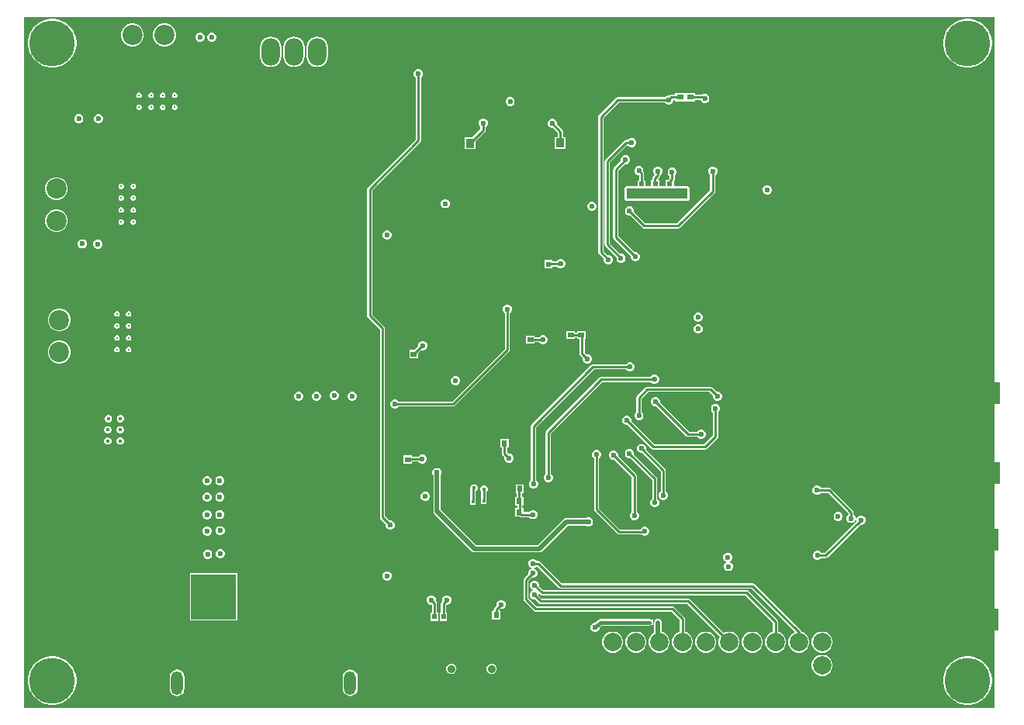
<source format=gbl>
G04*
G04 #@! TF.GenerationSoftware,Altium Limited,Altium Designer,24.10.1 (45)*
G04*
G04 Layer_Physical_Order=4*
G04 Layer_Color=16711680*
%FSLAX25Y25*%
%MOIN*%
G70*
G04*
G04 #@! TF.SameCoordinates,9D620B6C-925D-48BC-BBC5-478D005D5007*
G04*
G04*
G04 #@! TF.FilePolarity,Positive*
G04*
G01*
G75*
%ADD83R,0.20000X0.09508*%
%ADD86R,0.02362X0.01968*%
%ADD93R,0.02362X0.02520*%
%ADD95R,0.02520X0.02362*%
%ADD96R,0.01968X0.02362*%
%ADD100R,0.03543X0.03937*%
%ADD109R,0.01575X0.01181*%
%ADD132C,0.01000*%
%ADD137C,0.02000*%
%ADD139C,0.07874*%
%ADD140O,0.05118X0.10236*%
%ADD141C,0.19354*%
%ADD142R,0.19354X0.19354*%
%ADD143C,0.19685*%
%ADD144C,0.08661*%
%ADD145O,0.07874X0.11811*%
%ADD146C,0.01181*%
%ADD147C,0.03543*%
%ADD148C,0.02362*%
%ADD149C,0.03150*%
%ADD150C,0.01575*%
%ADD151C,0.01968*%
%ADD168C,0.01500*%
%ADD171R,0.02953X0.02362*%
%ADD172R,0.01181X0.01575*%
G36*
X420620Y4035D02*
X3789D01*
Y300905D01*
X420620D01*
Y4035D01*
D02*
G37*
%LPC*%
G36*
X84742Y294291D02*
X83959D01*
X83235Y293992D01*
X82682Y293438D01*
X82382Y292714D01*
Y291931D01*
X82682Y291208D01*
X83235Y290654D01*
X83959Y290354D01*
X84742D01*
X85466Y290654D01*
X86019Y291208D01*
X86319Y291931D01*
Y292714D01*
X86019Y293438D01*
X85466Y293992D01*
X84742Y294291D01*
D02*
G37*
G36*
X79624D02*
X78841D01*
X78117Y293992D01*
X77564Y293438D01*
X77264Y292714D01*
Y291931D01*
X77564Y291208D01*
X78117Y290654D01*
X78841Y290354D01*
X79624D01*
X80347Y290654D01*
X80901Y291208D01*
X81201Y291931D01*
Y292714D01*
X80901Y293438D01*
X80347Y293992D01*
X79624Y294291D01*
D02*
G37*
G36*
X64645Y298130D02*
X63349D01*
X62097Y297795D01*
X60975Y297147D01*
X60059Y296230D01*
X59411Y295108D01*
X59076Y293857D01*
Y292561D01*
X59411Y291309D01*
X60059Y290187D01*
X60975Y289271D01*
X62097Y288623D01*
X63349Y288287D01*
X64645D01*
X65896Y288623D01*
X67019Y289271D01*
X67935Y290187D01*
X68583Y291309D01*
X68918Y292561D01*
Y293857D01*
X68583Y295108D01*
X67935Y296230D01*
X67019Y297147D01*
X65896Y297795D01*
X64645Y298130D01*
D02*
G37*
G36*
X50845D02*
X49549D01*
X48297Y297795D01*
X47175Y297147D01*
X46259Y296230D01*
X45611Y295108D01*
X45276Y293857D01*
Y292561D01*
X45611Y291309D01*
X46259Y290187D01*
X47175Y289271D01*
X48297Y288623D01*
X49549Y288287D01*
X50845D01*
X52096Y288623D01*
X53219Y289271D01*
X54135Y290187D01*
X54783Y291309D01*
X55118Y292561D01*
Y293857D01*
X54783Y295108D01*
X54135Y296230D01*
X53219Y297147D01*
X52096Y297795D01*
X50845Y298130D01*
D02*
G37*
G36*
X129606Y292559D02*
X128424Y292403D01*
X127323Y291947D01*
X126377Y291221D01*
X125652Y290275D01*
X125195Y289174D01*
X125040Y287992D01*
Y284055D01*
X125195Y282873D01*
X125652Y281772D01*
X126377Y280826D01*
X127323Y280100D01*
X128424Y279644D01*
X129606Y279488D01*
X130788Y279644D01*
X131890Y280100D01*
X132835Y280826D01*
X133561Y281772D01*
X134017Y282873D01*
X134173Y284055D01*
Y287992D01*
X134017Y289174D01*
X133561Y290275D01*
X132835Y291221D01*
X131890Y291947D01*
X130788Y292403D01*
X129606Y292559D01*
D02*
G37*
G36*
X119606D02*
X118424Y292403D01*
X117323Y291947D01*
X116377Y291221D01*
X115652Y290275D01*
X115195Y289174D01*
X115040Y287992D01*
Y284055D01*
X115195Y282873D01*
X115652Y281772D01*
X116377Y280826D01*
X117323Y280100D01*
X118424Y279644D01*
X119606Y279488D01*
X120788Y279644D01*
X121890Y280100D01*
X122835Y280826D01*
X123561Y281772D01*
X124017Y282873D01*
X124173Y284055D01*
Y287992D01*
X124017Y289174D01*
X123561Y290275D01*
X122835Y291221D01*
X121890Y291947D01*
X120788Y292403D01*
X119606Y292559D01*
D02*
G37*
G36*
X109606D02*
X108424Y292403D01*
X107323Y291947D01*
X106377Y291221D01*
X105651Y290275D01*
X105195Y289174D01*
X105040Y287992D01*
Y284055D01*
X105195Y282873D01*
X105651Y281772D01*
X106377Y280826D01*
X107323Y280100D01*
X108424Y279644D01*
X109606Y279488D01*
X110788Y279644D01*
X111890Y280100D01*
X112835Y280826D01*
X113561Y281772D01*
X114017Y282873D01*
X114173Y284055D01*
Y287992D01*
X114017Y289174D01*
X113561Y290275D01*
X112835Y291221D01*
X111890Y291947D01*
X110788Y292403D01*
X109606Y292559D01*
D02*
G37*
G36*
X409876Y300197D02*
X408234D01*
X406612Y299940D01*
X405050Y299432D01*
X403587Y298687D01*
X402258Y297722D01*
X401097Y296561D01*
X400132Y295232D01*
X399386Y293769D01*
X398879Y292207D01*
X398622Y290585D01*
Y288943D01*
X398879Y287321D01*
X399386Y285759D01*
X400132Y284296D01*
X401097Y282967D01*
X402258Y281806D01*
X403587Y280841D01*
X405050Y280095D01*
X406612Y279588D01*
X408234Y279331D01*
X409876D01*
X411498Y279588D01*
X413060Y280095D01*
X414523Y280841D01*
X415852Y281806D01*
X417013Y282967D01*
X417978Y284296D01*
X418724Y285759D01*
X419231Y287321D01*
X419488Y288943D01*
Y290585D01*
X419231Y292207D01*
X418724Y293769D01*
X417978Y295232D01*
X417013Y296561D01*
X415852Y297722D01*
X414523Y298687D01*
X413060Y299432D01*
X411498Y299940D01*
X409876Y300197D01*
D02*
G37*
G36*
X16569D02*
X14927D01*
X13305Y299940D01*
X11743Y299432D01*
X10280Y298687D01*
X8951Y297722D01*
X7790Y296561D01*
X6825Y295232D01*
X6079Y293769D01*
X5572Y292207D01*
X5315Y290585D01*
Y288943D01*
X5572Y287321D01*
X6079Y285759D01*
X6825Y284296D01*
X7790Y282967D01*
X8951Y281806D01*
X10280Y280841D01*
X11743Y280095D01*
X13305Y279588D01*
X14927Y279331D01*
X16569D01*
X18191Y279588D01*
X19753Y280095D01*
X21216Y280841D01*
X22545Y281806D01*
X23706Y282967D01*
X24671Y284296D01*
X25417Y285759D01*
X25924Y287321D01*
X26181Y288943D01*
Y290585D01*
X25924Y292207D01*
X25417Y293769D01*
X24671Y295232D01*
X23706Y296561D01*
X22545Y297722D01*
X21216Y298687D01*
X19753Y299432D01*
X18191Y299940D01*
X16569Y300197D01*
D02*
G37*
G36*
X287992Y268307D02*
X287598D01*
X287592Y268307D01*
X283465D01*
Y267647D01*
X281791D01*
X281791Y267647D01*
X281366Y267563D01*
X281005Y267322D01*
X281005Y267322D01*
X281005Y267321D01*
X281002Y267323D01*
X280219D01*
X279495Y267023D01*
X278941Y266469D01*
X278940Y266466D01*
X258760D01*
X258760Y266466D01*
X258334Y266382D01*
X257974Y266141D01*
X257974Y266141D01*
X250690Y258857D01*
X250449Y258496D01*
X250364Y258071D01*
X250364Y258071D01*
Y199902D01*
X250364Y199902D01*
X250449Y199476D01*
X250690Y199115D01*
X252757Y197048D01*
X252756Y197045D01*
Y196262D01*
X253056Y195538D01*
X253609Y194985D01*
X254333Y194685D01*
X255116D01*
X255839Y194985D01*
X256393Y195538D01*
X256693Y196262D01*
Y197045D01*
X256393Y197769D01*
X255839Y198322D01*
X255116Y198622D01*
X254333D01*
X254330Y198621D01*
X252588Y200362D01*
Y257610D01*
X259220Y264242D01*
X278940D01*
X278941Y264239D01*
X279495Y263685D01*
X280219Y263386D01*
X281002D01*
X281725Y263685D01*
X282279Y264239D01*
X282579Y264963D01*
Y265423D01*
X283465D01*
Y264764D01*
X287592D01*
X287598Y264764D01*
X287992D01*
X287998Y264764D01*
X292126D01*
Y265423D01*
X294247D01*
X294493Y264830D01*
X295046Y264276D01*
X295770Y263976D01*
X296553D01*
X297276Y264276D01*
X297830Y264830D01*
X298130Y265553D01*
Y266336D01*
X297830Y267060D01*
X297276Y267614D01*
X296553Y267913D01*
X295770D01*
X295128Y267647D01*
X292126D01*
Y268307D01*
X287998D01*
X287992Y268307D01*
D02*
G37*
G36*
X68640Y268504D02*
X68171D01*
X67737Y268324D01*
X67404Y267992D01*
X67224Y267558D01*
Y267088D01*
X67404Y266654D01*
X67737Y266322D01*
X68171Y266142D01*
X68640D01*
X69074Y266322D01*
X69407Y266654D01*
X69587Y267088D01*
Y267558D01*
X69407Y267992D01*
X69074Y268324D01*
X68640Y268504D01*
D02*
G37*
G36*
X63522D02*
X63052D01*
X62618Y268324D01*
X62286Y267992D01*
X62106Y267558D01*
Y267088D01*
X62286Y266654D01*
X62618Y266322D01*
X63052Y266142D01*
X63522D01*
X63956Y266322D01*
X64289Y266654D01*
X64468Y267088D01*
Y267558D01*
X64289Y267992D01*
X63956Y268324D01*
X63522Y268504D01*
D02*
G37*
G36*
X58404D02*
X57934D01*
X57500Y268324D01*
X57168Y267992D01*
X56988Y267558D01*
Y267088D01*
X57168Y266654D01*
X57500Y266322D01*
X57934Y266142D01*
X58404D01*
X58838Y266322D01*
X59171Y266654D01*
X59350Y267088D01*
Y267558D01*
X59171Y267992D01*
X58838Y268324D01*
X58404Y268504D01*
D02*
G37*
G36*
X53286D02*
X52816D01*
X52382Y268324D01*
X52050Y267992D01*
X51870Y267558D01*
Y267088D01*
X52050Y266654D01*
X52382Y266322D01*
X52816Y266142D01*
X53286D01*
X53720Y266322D01*
X54053Y266654D01*
X54232Y267088D01*
Y267558D01*
X54053Y267992D01*
X53720Y268324D01*
X53286Y268504D01*
D02*
G37*
G36*
X212892Y266535D02*
X212108D01*
X211385Y266236D01*
X210831Y265682D01*
X210531Y264959D01*
Y264175D01*
X210831Y263452D01*
X211385Y262898D01*
X212108Y262598D01*
X212892D01*
X213615Y262898D01*
X214169Y263452D01*
X214469Y264175D01*
Y264959D01*
X214169Y265682D01*
X213615Y266236D01*
X212892Y266535D01*
D02*
G37*
G36*
X68640Y263386D02*
X68171D01*
X67737Y263206D01*
X67404Y262874D01*
X67224Y262440D01*
Y261970D01*
X67404Y261536D01*
X67737Y261203D01*
X68171Y261024D01*
X68640D01*
X69074Y261203D01*
X69407Y261536D01*
X69587Y261970D01*
Y262440D01*
X69407Y262874D01*
X69074Y263206D01*
X68640Y263386D01*
D02*
G37*
G36*
X63522D02*
X63052D01*
X62618Y263206D01*
X62286Y262874D01*
X62106Y262440D01*
Y261970D01*
X62286Y261536D01*
X62618Y261203D01*
X63052Y261024D01*
X63522D01*
X63956Y261203D01*
X64289Y261536D01*
X64468Y261970D01*
Y262440D01*
X64289Y262874D01*
X63956Y263206D01*
X63522Y263386D01*
D02*
G37*
G36*
X58404D02*
X57934D01*
X57500Y263206D01*
X57168Y262874D01*
X56988Y262440D01*
Y261970D01*
X57168Y261536D01*
X57500Y261203D01*
X57934Y261024D01*
X58404D01*
X58838Y261203D01*
X59171Y261536D01*
X59350Y261970D01*
Y262440D01*
X59171Y262874D01*
X58838Y263206D01*
X58404Y263386D01*
D02*
G37*
G36*
X53286D02*
X52816D01*
X52382Y263206D01*
X52050Y262874D01*
X51870Y262440D01*
Y261970D01*
X52050Y261536D01*
X52382Y261203D01*
X52816Y261024D01*
X53286D01*
X53720Y261203D01*
X54053Y261536D01*
X54232Y261970D01*
Y262440D01*
X54053Y262874D01*
X53720Y263206D01*
X53286Y263386D01*
D02*
G37*
G36*
X36022Y259154D02*
X35238D01*
X34515Y258854D01*
X33961Y258300D01*
X33661Y257577D01*
Y256793D01*
X33961Y256070D01*
X34515Y255516D01*
X35238Y255217D01*
X36022D01*
X36745Y255516D01*
X37299Y256070D01*
X37598Y256793D01*
Y257577D01*
X37299Y258300D01*
X36745Y258854D01*
X36022Y259154D01*
D02*
G37*
G36*
X27557D02*
X26774D01*
X26050Y258854D01*
X25497Y258300D01*
X25197Y257577D01*
Y256793D01*
X25497Y256070D01*
X26050Y255516D01*
X26774Y255217D01*
X27557D01*
X28280Y255516D01*
X28834Y256070D01*
X29134Y256793D01*
Y257577D01*
X28834Y258300D01*
X28280Y258854D01*
X27557Y259154D01*
D02*
G37*
G36*
X265155Y249016D02*
X264372D01*
X263649Y248716D01*
X263095Y248162D01*
X263094Y248159D01*
X262303D01*
X262303Y248159D01*
X261878Y248075D01*
X261517Y247833D01*
X253446Y239763D01*
X253205Y239402D01*
X253120Y238976D01*
X253120Y238976D01*
Y203150D01*
X253120Y203150D01*
X253205Y202724D01*
X253446Y202363D01*
X258171Y197639D01*
X258169Y197636D01*
Y196853D01*
X258469Y196129D01*
X259023Y195575D01*
X259746Y195276D01*
X260529D01*
X261253Y195575D01*
X261807Y196129D01*
X262106Y196853D01*
Y197636D01*
X261807Y198359D01*
X261253Y198913D01*
X260529Y199213D01*
X259746D01*
X259743Y199211D01*
X255344Y203610D01*
Y238516D01*
X262724Y245896D01*
X263095Y245932D01*
X263649Y245378D01*
X264372Y245079D01*
X265155D01*
X265879Y245378D01*
X266433Y245932D01*
X266732Y246656D01*
Y247439D01*
X266433Y248162D01*
X265879Y248716D01*
X265155Y249016D01*
D02*
G37*
G36*
X231002Y257185D02*
X230219D01*
X229495Y256885D01*
X228941Y256332D01*
X228642Y255608D01*
Y254825D01*
X228941Y254101D01*
X229495Y253548D01*
X230219Y253248D01*
X231002D01*
X231005Y253249D01*
X232943Y251311D01*
Y249410D01*
X231693D01*
Y244291D01*
X236417D01*
Y249410D01*
X235167D01*
Y251772D01*
X235082Y252197D01*
X234841Y252558D01*
X234841Y252558D01*
X232577Y254822D01*
X232579Y254825D01*
Y255608D01*
X232279Y256332D01*
X231725Y256885D01*
X231002Y257185D01*
D02*
G37*
G36*
X201277Y257382D02*
X200494D01*
X199771Y257082D01*
X199217Y256528D01*
X198917Y255805D01*
Y255022D01*
X199217Y254298D01*
X199771Y253745D01*
X199774Y253743D01*
Y252823D01*
X196262Y249311D01*
X192913D01*
Y244193D01*
X197638D01*
Y247542D01*
X201672Y251576D01*
X201913Y251937D01*
X201998Y252362D01*
Y253743D01*
X202001Y253745D01*
X202555Y254298D01*
X202854Y255022D01*
Y255805D01*
X202555Y256528D01*
X202001Y257082D01*
X201277Y257382D01*
D02*
G37*
G36*
X262498Y241535D02*
X261715D01*
X260991Y241236D01*
X260437Y240682D01*
X260138Y239959D01*
Y239175D01*
X260139Y239172D01*
X257088Y236121D01*
X256847Y235760D01*
X256762Y235335D01*
X256762Y235335D01*
Y206398D01*
X256762Y206398D01*
X256847Y205972D01*
X257088Y205611D01*
X264371Y198328D01*
X264370Y198325D01*
Y197541D01*
X264670Y196818D01*
X265224Y196264D01*
X265947Y195965D01*
X266730D01*
X267454Y196264D01*
X268007Y196818D01*
X268307Y197541D01*
Y198325D01*
X268007Y199048D01*
X267454Y199602D01*
X266730Y199902D01*
X265947D01*
X265944Y199900D01*
X258986Y206858D01*
Y234874D01*
X261712Y237600D01*
X261715Y237598D01*
X262498D01*
X263221Y237898D01*
X263775Y238452D01*
X264075Y239175D01*
Y239959D01*
X263775Y240682D01*
X263221Y241236D01*
X262498Y241535D01*
D02*
G37*
G36*
X50727Y229429D02*
X50257D01*
X49823Y229249D01*
X49491Y228917D01*
X49311Y228483D01*
Y228013D01*
X49491Y227579D01*
X49823Y227247D01*
X50257Y227067D01*
X50727D01*
X51161Y227247D01*
X51493Y227579D01*
X51673Y228013D01*
Y228483D01*
X51493Y228917D01*
X51161Y229249D01*
X50727Y229429D01*
D02*
G37*
G36*
X45609D02*
X45139D01*
X44705Y229249D01*
X44373Y228917D01*
X44193Y228483D01*
Y228013D01*
X44373Y227579D01*
X44705Y227247D01*
X45139Y227067D01*
X45609D01*
X46043Y227247D01*
X46375Y227579D01*
X46555Y228013D01*
Y228483D01*
X46375Y228917D01*
X46043Y229249D01*
X45609Y229429D01*
D02*
G37*
G36*
X323423Y228642D02*
X322640D01*
X321916Y228342D01*
X321363Y227788D01*
X321063Y227065D01*
Y226282D01*
X321363Y225558D01*
X321916Y225004D01*
X322640Y224705D01*
X323423D01*
X324147Y225004D01*
X324700Y225558D01*
X325000Y226282D01*
Y227065D01*
X324700Y227788D01*
X324147Y228342D01*
X323423Y228642D01*
D02*
G37*
G36*
X18168Y232107D02*
X16872D01*
X15620Y231772D01*
X14498Y231124D01*
X13582Y230208D01*
X12934Y229085D01*
X12598Y227834D01*
Y226538D01*
X12934Y225286D01*
X13582Y224164D01*
X14498Y223248D01*
X15620Y222600D01*
X16872Y222265D01*
X18168D01*
X19419Y222600D01*
X20541Y223248D01*
X21458Y224164D01*
X22106Y225286D01*
X22441Y226538D01*
Y227834D01*
X22106Y229085D01*
X21458Y230208D01*
X20541Y231124D01*
X19419Y231772D01*
X18168Y232107D01*
D02*
G37*
G36*
X50727Y224311D02*
X50257D01*
X49823Y224131D01*
X49491Y223799D01*
X49311Y223365D01*
Y222895D01*
X49491Y222461D01*
X49823Y222129D01*
X50257Y221949D01*
X50727D01*
X51161Y222129D01*
X51493Y222461D01*
X51673Y222895D01*
Y223365D01*
X51493Y223799D01*
X51161Y224131D01*
X50727Y224311D01*
D02*
G37*
G36*
X45609D02*
X45139D01*
X44705Y224131D01*
X44373Y223799D01*
X44193Y223365D01*
Y222895D01*
X44373Y222461D01*
X44705Y222129D01*
X45139Y221949D01*
X45609D01*
X46043Y222129D01*
X46375Y222461D01*
X46555Y222895D01*
Y223365D01*
X46375Y223799D01*
X46043Y224131D01*
X45609Y224311D01*
D02*
G37*
G36*
X268207Y236811D02*
X267423D01*
X266700Y236511D01*
X266146Y235958D01*
X265846Y235234D01*
Y234451D01*
X266146Y233727D01*
X266700Y233174D01*
X267423Y232874D01*
X267884D01*
Y230709D01*
X267224D01*
Y228382D01*
X262697D01*
X262307Y228304D01*
X261976Y228083D01*
X261755Y227752D01*
X261677Y227362D01*
Y222835D01*
X261755Y222445D01*
X261976Y222114D01*
X262307Y221893D01*
X262697Y221815D01*
X288681D01*
X289071Y221893D01*
X289402Y222114D01*
X289623Y222445D01*
X289701Y222835D01*
Y227362D01*
X289623Y227752D01*
X289402Y228083D01*
X289071Y228304D01*
X288681Y228382D01*
X282874D01*
Y230416D01*
X282922Y230464D01*
X283163Y230824D01*
X283248Y231250D01*
Y232631D01*
X283251Y232632D01*
X283805Y233186D01*
X284104Y233910D01*
Y234693D01*
X283805Y235416D01*
X283251Y235970D01*
X282527Y236270D01*
X281744D01*
X281021Y235970D01*
X280467Y235416D01*
X280167Y234693D01*
Y233910D01*
X280467Y233186D01*
X281021Y232632D01*
X281024Y232631D01*
Y231711D01*
X280316Y231003D01*
X280251Y230906D01*
X279331D01*
Y228382D01*
X276673D01*
Y230807D01*
X275915D01*
Y231232D01*
X276770Y232088D01*
X276770Y232088D01*
X277011Y232449D01*
X277096Y232874D01*
X277096Y232874D01*
Y233074D01*
X277099Y233075D01*
X277653Y233629D01*
X277953Y234352D01*
Y235136D01*
X277653Y235859D01*
X277099Y236413D01*
X276376Y236713D01*
X275593D01*
X274869Y236413D01*
X274315Y235859D01*
X274016Y235136D01*
Y234352D01*
X274315Y233629D01*
X274741Y233203D01*
X274017Y232479D01*
X273776Y232118D01*
X273691Y231693D01*
X273691Y231693D01*
Y230807D01*
X273130D01*
Y228382D01*
X270768D01*
Y230709D01*
X270108D01*
Y233661D01*
X270108Y233661D01*
X270023Y234087D01*
X269782Y234448D01*
X269782Y234448D01*
X269782Y234448D01*
X269783Y234451D01*
Y235234D01*
X269484Y235958D01*
X268930Y236511D01*
X268207Y236811D01*
D02*
G37*
G36*
X185136Y222736D02*
X184353D01*
X183629Y222436D01*
X183075Y221883D01*
X182776Y221159D01*
Y220376D01*
X183075Y219653D01*
X183629Y219099D01*
X184353Y218799D01*
X185136D01*
X185859Y219099D01*
X186413Y219653D01*
X186713Y220376D01*
Y221159D01*
X186413Y221883D01*
X185859Y222436D01*
X185136Y222736D01*
D02*
G37*
G36*
X248029Y221555D02*
X247246D01*
X246523Y221255D01*
X245969Y220702D01*
X245669Y219978D01*
Y219195D01*
X245969Y218472D01*
X246523Y217918D01*
X247246Y217618D01*
X248029D01*
X248753Y217918D01*
X249307Y218472D01*
X249606Y219195D01*
Y219978D01*
X249307Y220702D01*
X248753Y221255D01*
X248029Y221555D01*
D02*
G37*
G36*
X50727Y219193D02*
X50257D01*
X49823Y219013D01*
X49491Y218681D01*
X49311Y218247D01*
Y217777D01*
X49491Y217343D01*
X49823Y217010D01*
X50257Y216831D01*
X50727D01*
X51161Y217010D01*
X51493Y217343D01*
X51673Y217777D01*
Y218247D01*
X51493Y218681D01*
X51161Y219013D01*
X50727Y219193D01*
D02*
G37*
G36*
X45609D02*
X45139D01*
X44705Y219013D01*
X44373Y218681D01*
X44193Y218247D01*
Y217777D01*
X44373Y217343D01*
X44705Y217010D01*
X45139Y216831D01*
X45609D01*
X46043Y217010D01*
X46375Y217343D01*
X46555Y217777D01*
Y218247D01*
X46375Y218681D01*
X46043Y219013D01*
X45609Y219193D01*
D02*
G37*
G36*
X299899Y236713D02*
X299116D01*
X298393Y236413D01*
X297839Y235859D01*
X297539Y235136D01*
Y234352D01*
X297839Y233629D01*
X298393Y233075D01*
X298396Y233074D01*
Y226445D01*
X284283Y212332D01*
X270539D01*
X265747Y217125D01*
X265748Y217128D01*
Y217911D01*
X265448Y218635D01*
X264895Y219188D01*
X264171Y219488D01*
X263388D01*
X262665Y219188D01*
X262111Y218635D01*
X261811Y217911D01*
Y217128D01*
X262111Y216405D01*
X262665Y215851D01*
X263388Y215551D01*
X264171D01*
X264174Y215552D01*
X269292Y210434D01*
X269292Y210434D01*
X269653Y210193D01*
X270079Y210109D01*
X284744D01*
X284744Y210108D01*
X285170Y210193D01*
X285530Y210434D01*
X300294Y225198D01*
X300294Y225198D01*
X300535Y225559D01*
X300620Y225984D01*
X300620Y225984D01*
Y233074D01*
X300623Y233075D01*
X301177Y233629D01*
X301476Y234352D01*
Y235136D01*
X301177Y235859D01*
X300623Y236413D01*
X299899Y236713D01*
D02*
G37*
G36*
X50727Y214075D02*
X50257D01*
X49823Y213895D01*
X49491Y213563D01*
X49311Y213129D01*
Y212659D01*
X49491Y212225D01*
X49823Y211892D01*
X50257Y211713D01*
X50727D01*
X51161Y211892D01*
X51493Y212225D01*
X51673Y212659D01*
Y213129D01*
X51493Y213563D01*
X51161Y213895D01*
X50727Y214075D01*
D02*
G37*
G36*
X45609D02*
X45139D01*
X44705Y213895D01*
X44373Y213563D01*
X44193Y213129D01*
Y212659D01*
X44373Y212225D01*
X44705Y211892D01*
X45139Y211713D01*
X45609D01*
X46043Y211892D01*
X46375Y212225D01*
X46555Y212659D01*
Y213129D01*
X46375Y213563D01*
X46043Y213895D01*
X45609Y214075D01*
D02*
G37*
G36*
X18168Y218307D02*
X16872D01*
X15620Y217972D01*
X14498Y217324D01*
X13582Y216408D01*
X12934Y215285D01*
X12598Y214034D01*
Y212738D01*
X12934Y211486D01*
X13582Y210364D01*
X14498Y209448D01*
X15620Y208800D01*
X16872Y208465D01*
X18168D01*
X19419Y208800D01*
X20541Y209448D01*
X21458Y210364D01*
X22106Y211486D01*
X22441Y212738D01*
Y214034D01*
X22106Y215285D01*
X21458Y216408D01*
X20541Y217324D01*
X19419Y217972D01*
X18168Y218307D01*
D02*
G37*
G36*
X160037Y209154D02*
X159254D01*
X158531Y208854D01*
X157977Y208300D01*
X157677Y207577D01*
Y206793D01*
X157977Y206070D01*
X158531Y205516D01*
X159254Y205217D01*
X160037D01*
X160761Y205516D01*
X161314Y206070D01*
X161614Y206793D01*
Y207577D01*
X161314Y208300D01*
X160761Y208854D01*
X160037Y209154D01*
D02*
G37*
G36*
X29132Y205413D02*
X28349D01*
X27625Y205114D01*
X27071Y204560D01*
X26772Y203836D01*
Y203053D01*
X27071Y202330D01*
X27625Y201776D01*
X28349Y201476D01*
X29132D01*
X29855Y201776D01*
X30409Y202330D01*
X30709Y203053D01*
Y203836D01*
X30409Y204560D01*
X29855Y205114D01*
X29132Y205413D01*
D02*
G37*
G36*
X35825Y205315D02*
X35041D01*
X34318Y205015D01*
X33764Y204462D01*
X33465Y203738D01*
Y202955D01*
X33764Y202231D01*
X34318Y201678D01*
X35041Y201378D01*
X35825D01*
X36548Y201678D01*
X37102Y202231D01*
X37402Y202955D01*
Y203738D01*
X37102Y204462D01*
X36548Y205015D01*
X35825Y205315D01*
D02*
G37*
G36*
X234644Y196850D02*
X233860D01*
X233137Y196551D01*
X232583Y195997D01*
X232582Y195994D01*
X230610D01*
Y196457D01*
X227461D01*
Y192913D01*
X230610D01*
Y193770D01*
X232582D01*
X232583Y193767D01*
X233137Y193213D01*
X233860Y192913D01*
X234644D01*
X235367Y193213D01*
X235921Y193767D01*
X236221Y194490D01*
Y195273D01*
X235921Y195997D01*
X235367Y196551D01*
X234644Y196850D01*
D02*
G37*
G36*
X48857Y174508D02*
X48387D01*
X47953Y174328D01*
X47621Y173996D01*
X47441Y173562D01*
Y173092D01*
X47621Y172658D01*
X47953Y172326D01*
X48387Y172146D01*
X48857D01*
X49291Y172326D01*
X49623Y172658D01*
X49803Y173092D01*
Y173562D01*
X49623Y173996D01*
X49291Y174328D01*
X48857Y174508D01*
D02*
G37*
G36*
X43739D02*
X43269D01*
X42835Y174328D01*
X42503Y173996D01*
X42323Y173562D01*
Y173092D01*
X42503Y172658D01*
X42835Y172326D01*
X43269Y172146D01*
X43739D01*
X44173Y172326D01*
X44505Y172658D01*
X44685Y173092D01*
Y173562D01*
X44505Y173996D01*
X44173Y174328D01*
X43739Y174508D01*
D02*
G37*
G36*
X293699Y173819D02*
X292916D01*
X292192Y173519D01*
X291638Y172966D01*
X291339Y172242D01*
Y171459D01*
X291638Y170735D01*
X292192Y170182D01*
X292916Y169882D01*
X293699D01*
X294422Y170182D01*
X294976Y170735D01*
X295276Y171459D01*
Y172242D01*
X294976Y172966D01*
X294422Y173519D01*
X293699Y173819D01*
D02*
G37*
G36*
X48857Y169390D02*
X48387D01*
X47953Y169210D01*
X47621Y168878D01*
X47441Y168444D01*
Y167974D01*
X47621Y167540D01*
X47953Y167207D01*
X48387Y167028D01*
X48857D01*
X49291Y167207D01*
X49623Y167540D01*
X49803Y167974D01*
Y168444D01*
X49623Y168878D01*
X49291Y169210D01*
X48857Y169390D01*
D02*
G37*
G36*
X43739D02*
X43269D01*
X42835Y169210D01*
X42503Y168878D01*
X42323Y168444D01*
Y167974D01*
X42503Y167540D01*
X42835Y167207D01*
X43269Y167028D01*
X43739D01*
X44173Y167207D01*
X44505Y167540D01*
X44685Y167974D01*
Y168444D01*
X44505Y168878D01*
X44173Y169210D01*
X43739Y169390D01*
D02*
G37*
G36*
X19447Y175689D02*
X18151D01*
X16900Y175354D01*
X15777Y174706D01*
X14861Y173790D01*
X14213Y172667D01*
X13878Y171416D01*
Y170120D01*
X14213Y168868D01*
X14861Y167746D01*
X15777Y166830D01*
X16900Y166182D01*
X18151Y165847D01*
X19447D01*
X20699Y166182D01*
X21821Y166830D01*
X22737Y167746D01*
X23385Y168868D01*
X23720Y170120D01*
Y171416D01*
X23385Y172667D01*
X22737Y173790D01*
X21821Y174706D01*
X20699Y175354D01*
X19447Y175689D01*
D02*
G37*
G36*
X244961Y166083D02*
X241260D01*
Y165423D01*
X240335D01*
Y166083D01*
X236634D01*
Y162539D01*
X240335D01*
Y163199D01*
X241260D01*
Y162539D01*
X242294D01*
Y156299D01*
X242294Y156299D01*
X242378Y155874D01*
X242619Y155513D01*
X243800Y154332D01*
X243799Y154329D01*
Y153545D01*
X244099Y152822D01*
X244653Y152268D01*
X245376Y151969D01*
X246159D01*
X246883Y152268D01*
X247436Y152822D01*
X247736Y153545D01*
Y154329D01*
X247436Y155052D01*
X246883Y155606D01*
X246159Y155905D01*
X245376D01*
X245373Y155904D01*
X244517Y156760D01*
Y162539D01*
X244961D01*
Y166083D01*
D02*
G37*
G36*
X293699Y168799D02*
X292916D01*
X292192Y168500D01*
X291638Y167946D01*
X291339Y167222D01*
Y166439D01*
X291638Y165716D01*
X292192Y165162D01*
X292916Y164862D01*
X293699D01*
X294422Y165162D01*
X294976Y165716D01*
X295276Y166439D01*
Y167222D01*
X294976Y167946D01*
X294422Y168500D01*
X293699Y168799D01*
D02*
G37*
G36*
X227065Y164173D02*
X226282D01*
X225558Y163874D01*
X225100Y163415D01*
X223110D01*
Y164075D01*
X219409D01*
Y160531D01*
X223110D01*
Y161191D01*
X224962D01*
X225004Y161090D01*
X225558Y160536D01*
X226282Y160236D01*
X227065D01*
X227788Y160536D01*
X228342Y161090D01*
X228642Y161813D01*
Y162596D01*
X228342Y163320D01*
X227788Y163874D01*
X227065Y164173D01*
D02*
G37*
G36*
X48857Y164272D02*
X48387D01*
X47953Y164092D01*
X47621Y163760D01*
X47441Y163326D01*
Y162856D01*
X47621Y162422D01*
X47953Y162089D01*
X48387Y161909D01*
X48857D01*
X49291Y162089D01*
X49623Y162422D01*
X49803Y162856D01*
Y163326D01*
X49623Y163760D01*
X49291Y164092D01*
X48857Y164272D01*
D02*
G37*
G36*
X43739D02*
X43269D01*
X42835Y164092D01*
X42503Y163760D01*
X42323Y163326D01*
Y162856D01*
X42503Y162422D01*
X42835Y162089D01*
X43269Y161909D01*
X43739D01*
X44173Y162089D01*
X44505Y162422D01*
X44685Y162856D01*
Y163326D01*
X44505Y163760D01*
X44173Y164092D01*
X43739Y164272D01*
D02*
G37*
G36*
X175392Y161713D02*
X174608D01*
X173885Y161413D01*
X173331Y160859D01*
X173031Y160136D01*
Y159604D01*
X171262Y157835D01*
X169213D01*
Y154291D01*
X172913D01*
Y156341D01*
X174424Y157852D01*
X174608Y157776D01*
X175392D01*
X176115Y158075D01*
X176669Y158629D01*
X176969Y159353D01*
Y160136D01*
X176669Y160859D01*
X176115Y161413D01*
X175392Y161713D01*
D02*
G37*
G36*
X48857Y159154D02*
X48387D01*
X47953Y158974D01*
X47621Y158642D01*
X47441Y158207D01*
Y157738D01*
X47621Y157303D01*
X47953Y156971D01*
X48387Y156791D01*
X48857D01*
X49291Y156971D01*
X49623Y157303D01*
X49803Y157738D01*
Y158207D01*
X49623Y158642D01*
X49291Y158974D01*
X48857Y159154D01*
D02*
G37*
G36*
X43739D02*
X43269D01*
X42835Y158974D01*
X42503Y158642D01*
X42323Y158207D01*
Y157738D01*
X42503Y157303D01*
X42835Y156971D01*
X43269Y156791D01*
X43739D01*
X44173Y156971D01*
X44505Y157303D01*
X44685Y157738D01*
Y158207D01*
X44505Y158642D01*
X44173Y158974D01*
X43739Y159154D01*
D02*
G37*
G36*
X19447Y161889D02*
X18151D01*
X16900Y161554D01*
X15777Y160906D01*
X14861Y159990D01*
X14213Y158867D01*
X13878Y157616D01*
Y156320D01*
X14213Y155068D01*
X14861Y153946D01*
X15777Y153030D01*
X16900Y152382D01*
X18151Y152047D01*
X19447D01*
X20699Y152382D01*
X21821Y153030D01*
X22737Y153946D01*
X23385Y155068D01*
X23720Y156320D01*
Y157616D01*
X23385Y158867D01*
X22737Y159990D01*
X21821Y160906D01*
X20699Y161554D01*
X19447Y161889D01*
D02*
G37*
G36*
X264368Y152559D02*
X263585D01*
X262861Y152259D01*
X262308Y151706D01*
X262306Y151702D01*
X248032D01*
X248031Y151702D01*
X247606Y151618D01*
X247245Y151377D01*
X247245Y151377D01*
X221753Y125885D01*
X221512Y125524D01*
X221427Y125098D01*
X221427Y125098D01*
Y101867D01*
X221424Y101866D01*
X220871Y101312D01*
X220571Y100588D01*
Y99805D01*
X220871Y99082D01*
X221424Y98528D01*
X222148Y98228D01*
X222931D01*
X223654Y98528D01*
X224208Y99082D01*
X224508Y99805D01*
Y100588D01*
X224208Y101312D01*
X223654Y101866D01*
X223651Y101867D01*
Y124638D01*
X248492Y149479D01*
X262306D01*
X262308Y149476D01*
X262861Y148922D01*
X263585Y148622D01*
X264368D01*
X265091Y148922D01*
X265645Y149476D01*
X265945Y150199D01*
Y150982D01*
X265645Y151706D01*
X265091Y152259D01*
X264368Y152559D01*
D02*
G37*
G36*
X274899Y147146D02*
X274116D01*
X273393Y146846D01*
X272839Y146292D01*
X272838Y146289D01*
X251673D01*
X251673Y146289D01*
X251248Y146204D01*
X250887Y145963D01*
X250887Y145963D01*
X228052Y123129D01*
X227811Y122768D01*
X227727Y122343D01*
X227727Y122343D01*
Y104623D01*
X227724Y104622D01*
X227170Y104068D01*
X226870Y103344D01*
Y102561D01*
X227170Y101838D01*
X227724Y101284D01*
X228447Y100984D01*
X229230D01*
X229954Y101284D01*
X230507Y101838D01*
X230807Y102561D01*
Y103344D01*
X230507Y104068D01*
X229954Y104622D01*
X229950Y104623D01*
Y121882D01*
X252134Y144065D01*
X272838D01*
X272839Y144062D01*
X273393Y143508D01*
X274116Y143209D01*
X274899D01*
X275623Y143508D01*
X276177Y144062D01*
X276476Y144786D01*
Y145569D01*
X276177Y146292D01*
X275623Y146846D01*
X274899Y147146D01*
D02*
G37*
G36*
X189466Y146555D02*
X188683D01*
X187960Y146255D01*
X187406Y145702D01*
X187106Y144978D01*
Y144195D01*
X187406Y143472D01*
X187960Y142918D01*
X188683Y142618D01*
X189466D01*
X190190Y142918D01*
X190744Y143472D01*
X191043Y144195D01*
Y144978D01*
X190744Y145702D01*
X190190Y146255D01*
X189466Y146555D01*
D02*
G37*
G36*
X298524Y142057D02*
X298524Y142057D01*
X271358D01*
X271358Y142057D01*
X270933Y141972D01*
X270572Y141731D01*
X270572Y141731D01*
X267050Y138209D01*
X266809Y137848D01*
X266724Y137423D01*
X266724Y137422D01*
Y131275D01*
X266721Y131274D01*
X266167Y130720D01*
X265867Y129997D01*
Y129214D01*
X266167Y128490D01*
X266721Y127936D01*
X267444Y127637D01*
X268227D01*
X268951Y127936D01*
X269505Y128490D01*
X269804Y129214D01*
Y129997D01*
X269505Y130720D01*
X268951Y131274D01*
X268948Y131275D01*
Y136962D01*
X271819Y139833D01*
X298063D01*
X299608Y138288D01*
X299606Y138285D01*
Y137502D01*
X299906Y136779D01*
X300460Y136225D01*
X301183Y135925D01*
X301966D01*
X302690Y136225D01*
X303244Y136779D01*
X303543Y137502D01*
Y138285D01*
X303244Y139009D01*
X302690Y139562D01*
X301966Y139862D01*
X301183D01*
X301180Y139861D01*
X299310Y141731D01*
X298949Y141972D01*
X298524Y142057D01*
D02*
G37*
G36*
X137301Y140256D02*
X136518D01*
X135794Y139956D01*
X135241Y139402D01*
X134941Y138679D01*
Y137896D01*
X135241Y137172D01*
X135794Y136619D01*
X136518Y136319D01*
X137301D01*
X138024Y136619D01*
X138578Y137172D01*
X138878Y137896D01*
Y138679D01*
X138578Y139402D01*
X138024Y139956D01*
X137301Y140256D01*
D02*
G37*
G36*
X145077Y139961D02*
X144293D01*
X143570Y139661D01*
X143016Y139107D01*
X142717Y138384D01*
Y137601D01*
X143016Y136877D01*
X143570Y136323D01*
X144293Y136024D01*
X145077D01*
X145800Y136323D01*
X146354Y136877D01*
X146653Y137601D01*
Y138384D01*
X146354Y139107D01*
X145800Y139661D01*
X145077Y139961D01*
D02*
G37*
G36*
X129722Y139862D02*
X128939D01*
X128216Y139562D01*
X127662Y139009D01*
X127362Y138285D01*
Y137502D01*
X127662Y136779D01*
X128216Y136225D01*
X128939Y135925D01*
X129722D01*
X130446Y136225D01*
X131000Y136779D01*
X131299Y137502D01*
Y138285D01*
X131000Y139009D01*
X130446Y139562D01*
X129722Y139862D01*
D02*
G37*
G36*
X122045D02*
X121262D01*
X120538Y139562D01*
X119985Y139009D01*
X119685Y138285D01*
Y137502D01*
X119985Y136779D01*
X120538Y136225D01*
X121262Y135925D01*
X122045D01*
X122769Y136225D01*
X123322Y136779D01*
X123622Y137502D01*
Y138285D01*
X123322Y139009D01*
X122769Y139562D01*
X122045Y139862D01*
D02*
G37*
G36*
X211711Y177362D02*
X210927D01*
X210204Y177062D01*
X209650Y176509D01*
X209350Y175785D01*
Y175002D01*
X209650Y174279D01*
X210204Y173725D01*
X210207Y173724D01*
Y158433D01*
X187531Y135758D01*
X164662D01*
X164661Y135761D01*
X164107Y136314D01*
X163384Y136614D01*
X162601D01*
X161877Y136314D01*
X161323Y135761D01*
X161024Y135037D01*
Y134254D01*
X161323Y133531D01*
X161877Y132977D01*
X162601Y132677D01*
X163384D01*
X164107Y132977D01*
X164661Y133531D01*
X164662Y133534D01*
X187992D01*
X187992Y133534D01*
X188418Y133618D01*
X188778Y133859D01*
X212105Y157186D01*
X212105Y157186D01*
X212346Y157547D01*
X212431Y157972D01*
Y173724D01*
X212434Y173725D01*
X212988Y174279D01*
X213287Y175002D01*
Y175785D01*
X212988Y176509D01*
X212434Y177062D01*
X211711Y177362D01*
D02*
G37*
G36*
X45392Y129921D02*
X44765D01*
X44187Y129682D01*
X43744Y129238D01*
X43504Y128660D01*
Y128033D01*
X43744Y127454D01*
X44187Y127011D01*
X44765Y126772D01*
X45392D01*
X45971Y127011D01*
X46414Y127454D01*
X46654Y128033D01*
Y128660D01*
X46414Y129238D01*
X45971Y129682D01*
X45392Y129921D01*
D02*
G37*
G36*
X40176Y129823D02*
X39549D01*
X38970Y129583D01*
X38527Y129140D01*
X38287Y128561D01*
Y127935D01*
X38527Y127356D01*
X38970Y126913D01*
X39549Y126673D01*
X40176D01*
X40754Y126913D01*
X41197Y127356D01*
X41437Y127935D01*
Y128561D01*
X41197Y129140D01*
X40754Y129583D01*
X40176Y129823D01*
D02*
G37*
G36*
X45294Y125098D02*
X44667D01*
X44088Y124859D01*
X43645Y124416D01*
X43406Y123837D01*
Y123210D01*
X43645Y122632D01*
X44088Y122189D01*
X44667Y121949D01*
X45294D01*
X45872Y122189D01*
X46315Y122632D01*
X46555Y123210D01*
Y123837D01*
X46315Y124416D01*
X45872Y124859D01*
X45294Y125098D01*
D02*
G37*
G36*
X39979D02*
X39352D01*
X38773Y124859D01*
X38330Y124416D01*
X38091Y123837D01*
Y123210D01*
X38330Y122632D01*
X38773Y122189D01*
X39352Y121949D01*
X39979D01*
X40557Y122189D01*
X41000Y122632D01*
X41240Y123210D01*
Y123837D01*
X41000Y124416D01*
X40557Y124859D01*
X39979Y125098D01*
D02*
G37*
G36*
X275293Y137598D02*
X274510D01*
X273786Y137299D01*
X273233Y136745D01*
X272933Y136021D01*
Y135238D01*
X273233Y134515D01*
X273786Y133961D01*
X274510Y133661D01*
X275293D01*
X275296Y133663D01*
X288092Y120867D01*
X288092Y120867D01*
X288452Y120626D01*
X288878Y120542D01*
X288878Y120542D01*
X292916D01*
X292918Y120538D01*
X293472Y119985D01*
X294195Y119685D01*
X294978D01*
X295702Y119985D01*
X296255Y120538D01*
X296555Y121262D01*
Y122045D01*
X296255Y122769D01*
X295702Y123322D01*
X294978Y123622D01*
X294195D01*
X293472Y123322D01*
X292918Y122769D01*
X292916Y122766D01*
X289338D01*
X276869Y135235D01*
X276870Y135238D01*
Y136021D01*
X276570Y136745D01*
X276017Y137299D01*
X275293Y137598D01*
D02*
G37*
G36*
X301179Y134646D02*
X300396D01*
X299672Y134346D01*
X299119Y133792D01*
X298819Y133069D01*
Y132286D01*
X299119Y131562D01*
X299672Y131008D01*
X299675Y131007D01*
Y121130D01*
X295799Y117254D01*
X274476D01*
X264566Y127164D01*
X264567Y127167D01*
Y127951D01*
X264267Y128674D01*
X263714Y129228D01*
X262990Y129528D01*
X262207D01*
X261483Y129228D01*
X260930Y128674D01*
X260630Y127951D01*
Y127167D01*
X260930Y126444D01*
X261483Y125890D01*
X262207Y125591D01*
X262990D01*
X262993Y125592D01*
X273230Y115356D01*
X273230Y115356D01*
X273590Y115114D01*
X274016Y115030D01*
X296260D01*
X296260Y115030D01*
X296685Y115114D01*
X297046Y115356D01*
X301574Y119883D01*
X301574Y119883D01*
X301815Y120244D01*
X301899Y120669D01*
X301899Y120669D01*
Y131007D01*
X301903Y131008D01*
X302456Y131562D01*
X302756Y132286D01*
Y133069D01*
X302456Y133792D01*
X301903Y134346D01*
X301179Y134646D01*
D02*
G37*
G36*
X45294Y120276D02*
X44667D01*
X44088Y120036D01*
X43645Y119593D01*
X43406Y119014D01*
Y118387D01*
X43645Y117809D01*
X44088Y117366D01*
X44667Y117126D01*
X45294D01*
X45872Y117366D01*
X46315Y117809D01*
X46555Y118387D01*
Y119014D01*
X46315Y119593D01*
X45872Y120036D01*
X45294Y120276D01*
D02*
G37*
G36*
X39880D02*
X39254D01*
X38675Y120036D01*
X38232Y119593D01*
X37992Y119014D01*
Y118387D01*
X38232Y117809D01*
X38675Y117366D01*
X39254Y117126D01*
X39880D01*
X40459Y117366D01*
X40902Y117809D01*
X41142Y118387D01*
Y119014D01*
X40902Y119593D01*
X40459Y120036D01*
X39880Y120276D01*
D02*
G37*
G36*
X175195Y112894D02*
X174412D01*
X173688Y112594D01*
X173134Y112040D01*
X173133Y112037D01*
X170354D01*
Y112461D01*
X166654D01*
Y108917D01*
X170354D01*
Y109813D01*
X173133D01*
X173134Y109810D01*
X173688Y109256D01*
X174412Y108957D01*
X175195D01*
X175918Y109256D01*
X176472Y109810D01*
X176772Y110534D01*
Y111317D01*
X176472Y112040D01*
X175918Y112594D01*
X175195Y112894D01*
D02*
G37*
G36*
X211850Y119567D02*
X208307D01*
Y115866D01*
X208967D01*
Y113347D01*
X208967Y113347D01*
X209051Y112921D01*
X209293Y112560D01*
X210139Y111714D01*
X210138Y111711D01*
Y110927D01*
X210437Y110204D01*
X210991Y109650D01*
X211715Y109350D01*
X212498D01*
X213221Y109650D01*
X213775Y110204D01*
X214075Y110927D01*
Y111711D01*
X213775Y112434D01*
X213221Y112988D01*
X212498Y113287D01*
X211715D01*
X211712Y113286D01*
X211191Y113807D01*
Y115866D01*
X211850D01*
Y119567D01*
D02*
G37*
G36*
X88187Y103642D02*
X87404D01*
X86680Y103342D01*
X86127Y102788D01*
X85827Y102065D01*
Y101282D01*
X86127Y100558D01*
X86680Y100004D01*
X87404Y99705D01*
X88187D01*
X88910Y100004D01*
X89464Y100558D01*
X89764Y101282D01*
Y102065D01*
X89464Y102788D01*
X88910Y103342D01*
X88187Y103642D01*
D02*
G37*
G36*
X82675Y103543D02*
X81892D01*
X81168Y103244D01*
X80615Y102690D01*
X80315Y101966D01*
Y101183D01*
X80615Y100460D01*
X81168Y99906D01*
X81892Y99606D01*
X82675D01*
X83398Y99906D01*
X83952Y100460D01*
X84252Y101183D01*
Y101966D01*
X83952Y102690D01*
X83398Y103244D01*
X82675Y103543D01*
D02*
G37*
G36*
X269388Y117421D02*
X268604D01*
X267881Y117122D01*
X267327Y116568D01*
X267028Y115844D01*
Y115061D01*
X267327Y114338D01*
X267881Y113784D01*
X268604Y113484D01*
X269388D01*
X269391Y113486D01*
X277235Y105642D01*
Y97044D01*
X277231Y97043D01*
X276678Y96489D01*
X276378Y95766D01*
Y94982D01*
X276678Y94259D01*
X277231Y93705D01*
X277955Y93405D01*
X278738D01*
X279462Y93705D01*
X280015Y94259D01*
X280315Y94982D01*
Y95766D01*
X280015Y96489D01*
X279462Y97043D01*
X279458Y97044D01*
Y106102D01*
X279374Y106528D01*
X279133Y106889D01*
X279133Y106889D01*
X270963Y115058D01*
X270965Y115061D01*
Y115844D01*
X270665Y116568D01*
X270111Y117122D01*
X269388Y117421D01*
D02*
G37*
G36*
X176474Y96850D02*
X175691D01*
X174968Y96551D01*
X174414Y95997D01*
X174114Y95274D01*
Y94490D01*
X174414Y93767D01*
X174968Y93213D01*
X175691Y92913D01*
X176474D01*
X177198Y93213D01*
X177752Y93767D01*
X178051Y94490D01*
Y95274D01*
X177752Y95997D01*
X177198Y96551D01*
X176474Y96850D01*
D02*
G37*
G36*
X88187Y96555D02*
X87404D01*
X86680Y96255D01*
X86127Y95702D01*
X85827Y94978D01*
Y94195D01*
X86127Y93472D01*
X86680Y92918D01*
X87404Y92618D01*
X88187D01*
X88910Y92918D01*
X89464Y93472D01*
X89764Y94195D01*
Y94978D01*
X89464Y95702D01*
X88910Y96255D01*
X88187Y96555D01*
D02*
G37*
G36*
X82675Y96457D02*
X81892D01*
X81168Y96157D01*
X80615Y95603D01*
X80315Y94880D01*
Y94097D01*
X80615Y93373D01*
X81168Y92819D01*
X81892Y92520D01*
X82675D01*
X83398Y92819D01*
X83952Y93373D01*
X84252Y94097D01*
Y94880D01*
X83952Y95603D01*
X83398Y96157D01*
X82675Y96457D01*
D02*
G37*
G36*
X201675Y99590D02*
X201049D01*
X200470Y99350D01*
X200027Y98907D01*
X199787Y98329D01*
Y97702D01*
X200027Y97123D01*
X200069Y97081D01*
Y94291D01*
X200000D01*
Y91535D01*
X202362D01*
Y94291D01*
X202293D01*
Y96719D01*
X202697Y97123D01*
X202937Y97702D01*
Y98329D01*
X202697Y98907D01*
X202254Y99350D01*
X201675Y99590D01*
D02*
G37*
G36*
X197262Y100098D02*
X196636D01*
X196057Y99859D01*
X195614Y99416D01*
X195374Y98837D01*
Y98210D01*
X195443Y98043D01*
Y93996D01*
X195374D01*
Y91240D01*
X197736D01*
Y93996D01*
X197667D01*
Y97117D01*
X197841Y97189D01*
X198284Y97632D01*
X198524Y98210D01*
Y98837D01*
X198284Y99416D01*
X197841Y99859D01*
X197262Y100098D01*
D02*
G37*
G36*
X264171Y115354D02*
X263388D01*
X262665Y115055D01*
X262111Y114501D01*
X261811Y113777D01*
Y112994D01*
X262111Y112271D01*
X262665Y111717D01*
X263388Y111417D01*
X264171D01*
X264174Y111419D01*
X273494Y102099D01*
Y93796D01*
X273491Y93795D01*
X272937Y93241D01*
X272638Y92518D01*
Y91734D01*
X272937Y91011D01*
X273491Y90457D01*
X274215Y90158D01*
X274998D01*
X275721Y90457D01*
X276275Y91011D01*
X276575Y91734D01*
Y92518D01*
X276275Y93241D01*
X275721Y93795D01*
X275718Y93796D01*
Y102559D01*
X275634Y102985D01*
X275393Y103345D01*
X275393Y103345D01*
X265747Y112991D01*
X265748Y112994D01*
Y113777D01*
X265448Y114501D01*
X264895Y115055D01*
X264171Y115354D01*
D02*
G37*
G36*
X218366Y99980D02*
X214823D01*
Y96280D01*
X215286D01*
Y94764D01*
X214626D01*
Y91063D01*
X215483D01*
Y89842D01*
X214626D01*
Y86142D01*
X216764D01*
X216858Y86079D01*
X217284Y85994D01*
X220672D01*
X220674Y85991D01*
X221227Y85438D01*
X221951Y85138D01*
X222734D01*
X223458Y85438D01*
X224011Y85991D01*
X224311Y86715D01*
Y87498D01*
X224011Y88221D01*
X223458Y88775D01*
X222734Y89075D01*
X221951D01*
X221227Y88775D01*
X220674Y88221D01*
X220672Y88218D01*
X218169D01*
Y89842D01*
X217706D01*
Y91063D01*
X218169D01*
Y94764D01*
X217510D01*
Y96280D01*
X218366D01*
Y99980D01*
D02*
G37*
G36*
X88187Y89075D02*
X87404D01*
X86680Y88775D01*
X86127Y88221D01*
X85827Y87498D01*
Y86715D01*
X86127Y85991D01*
X86680Y85438D01*
X87404Y85138D01*
X88187D01*
X88910Y85438D01*
X89464Y85991D01*
X89764Y86715D01*
Y87498D01*
X89464Y88221D01*
X88910Y88775D01*
X88187Y89075D01*
D02*
G37*
G36*
X82675Y88976D02*
X81892D01*
X81168Y88677D01*
X80615Y88123D01*
X80315Y87399D01*
Y86616D01*
X80615Y85893D01*
X81168Y85339D01*
X81892Y85039D01*
X82675D01*
X83398Y85339D01*
X83952Y85893D01*
X84252Y86616D01*
Y87399D01*
X83952Y88123D01*
X83398Y88677D01*
X82675Y88976D01*
D02*
G37*
G36*
X257285Y114563D02*
X256502D01*
X255779Y114263D01*
X255225Y113709D01*
X254925Y112986D01*
Y112203D01*
X255225Y111479D01*
X255779Y110925D01*
X256502Y110626D01*
X257285D01*
X257289Y110627D01*
X264735Y103181D01*
Y88284D01*
X264731Y88283D01*
X264178Y87729D01*
X263878Y87006D01*
Y86223D01*
X264178Y85499D01*
X264731Y84945D01*
X265455Y84646D01*
X266238D01*
X266962Y84945D01*
X267515Y85499D01*
X267815Y86223D01*
Y87006D01*
X267515Y87729D01*
X266962Y88283D01*
X266958Y88284D01*
Y103642D01*
X266958Y103642D01*
X266874Y104067D01*
X266633Y104428D01*
X266633Y104428D01*
X258861Y112200D01*
X258862Y112203D01*
Y112986D01*
X258563Y113709D01*
X258009Y114263D01*
X257285Y114563D01*
D02*
G37*
G36*
X353836Y88189D02*
X353053D01*
X352330Y87889D01*
X351776Y87335D01*
X351476Y86612D01*
Y85829D01*
X351776Y85105D01*
X352330Y84552D01*
X353053Y84252D01*
X353836D01*
X354560Y84552D01*
X355114Y85105D01*
X355413Y85829D01*
Y86612D01*
X355114Y87335D01*
X354560Y87889D01*
X353836Y88189D01*
D02*
G37*
G36*
X344781Y99508D02*
X343998D01*
X343275Y99208D01*
X342721Y98654D01*
X342421Y97931D01*
Y97148D01*
X342721Y96424D01*
X343275Y95871D01*
X343998Y95571D01*
X344781D01*
X345505Y95871D01*
X346059Y96424D01*
X346060Y96427D01*
X349047D01*
X357845Y87630D01*
Y87103D01*
X357842Y87102D01*
X357288Y86548D01*
X356988Y85825D01*
Y85041D01*
X357288Y84318D01*
X357842Y83764D01*
X358565Y83465D01*
X359348D01*
X360072Y83764D01*
X360626Y84318D01*
X360822Y84792D01*
X360925Y85041D01*
X361319Y85026D01*
X361319Y84352D01*
X361320Y84349D01*
X347571Y70600D01*
X346257D01*
X346255Y70603D01*
X345702Y71157D01*
X344978Y71457D01*
X344195D01*
X343472Y71157D01*
X342918Y70603D01*
X342618Y69880D01*
Y69097D01*
X342918Y68373D01*
X343472Y67819D01*
X344195Y67520D01*
X344978D01*
X345702Y67819D01*
X346255Y68373D01*
X346257Y68376D01*
X348031D01*
X348031Y68376D01*
X348457Y68461D01*
X348818Y68702D01*
X362893Y82777D01*
X362896Y82776D01*
X363679D01*
X364403Y83075D01*
X364956Y83629D01*
X365256Y84352D01*
Y85136D01*
X364956Y85859D01*
X364403Y86413D01*
X363679Y86713D01*
X362896D01*
X362172Y86413D01*
X361619Y85859D01*
X361422Y85386D01*
X361319Y85136D01*
X360925Y85151D01*
X360925Y85825D01*
X360626Y86548D01*
X360072Y87102D01*
X360069Y87103D01*
Y88090D01*
X360069Y88090D01*
X359984Y88516D01*
X359743Y88877D01*
X350294Y98326D01*
X349933Y98567D01*
X349508Y98651D01*
X349508Y98651D01*
X346060D01*
X346059Y98654D01*
X345505Y99208D01*
X344781Y99508D01*
D02*
G37*
G36*
X181494Y107087D02*
X180711D01*
X179987Y106787D01*
X179434Y106233D01*
X179134Y105510D01*
Y104727D01*
X179434Y104003D01*
X179481Y103956D01*
Y88484D01*
X179604Y87864D01*
X179956Y87337D01*
X195999Y71294D01*
X196525Y70943D01*
X197146Y70819D01*
X225000D01*
X225621Y70943D01*
X226147Y71294D01*
X237188Y82335D01*
X244999D01*
X245046Y82288D01*
X245770Y81988D01*
X246553D01*
X247276Y82288D01*
X247830Y82842D01*
X248130Y83565D01*
Y84348D01*
X247830Y85072D01*
X247276Y85625D01*
X246553Y85925D01*
X245770D01*
X245046Y85625D01*
X244999Y85578D01*
X236516D01*
X235895Y85455D01*
X235369Y85103D01*
X224328Y74063D01*
X197817D01*
X182724Y89156D01*
Y103956D01*
X182771Y104003D01*
X183071Y104727D01*
Y105510D01*
X182771Y106233D01*
X182217Y106787D01*
X181494Y107087D01*
D02*
G37*
G36*
X173423Y278445D02*
X172640D01*
X171916Y278145D01*
X171363Y277591D01*
X171063Y276868D01*
Y276085D01*
X171363Y275361D01*
X171916Y274808D01*
X171920Y274806D01*
Y248295D01*
X151379Y227755D01*
X151138Y227394D01*
X151053Y226969D01*
X151053Y226968D01*
Y172638D01*
X151053Y172638D01*
X151138Y172212D01*
X151379Y171852D01*
X156565Y166665D01*
Y85827D01*
X156565Y85827D01*
X156650Y85401D01*
X156891Y85040D01*
X159056Y82875D01*
X159055Y82872D01*
Y82089D01*
X159355Y81365D01*
X159908Y80812D01*
X160632Y80512D01*
X161415D01*
X162139Y80812D01*
X162692Y81365D01*
X162992Y82089D01*
Y82872D01*
X162692Y83595D01*
X162139Y84149D01*
X161415Y84449D01*
X160632D01*
X160629Y84447D01*
X158789Y86287D01*
Y167126D01*
X158704Y167552D01*
X158463Y167912D01*
X153277Y173098D01*
Y226508D01*
X173818Y247048D01*
X173818Y247048D01*
X174059Y247409D01*
X174143Y247835D01*
Y274806D01*
X174147Y274808D01*
X174700Y275361D01*
X175000Y276085D01*
Y276868D01*
X174700Y277591D01*
X174147Y278145D01*
X173423Y278445D01*
D02*
G37*
G36*
X88285Y82087D02*
X87502D01*
X86779Y81787D01*
X86225Y81233D01*
X85925Y80510D01*
Y79727D01*
X86225Y79003D01*
X86779Y78449D01*
X87502Y78150D01*
X88285D01*
X89009Y78449D01*
X89562Y79003D01*
X89862Y79727D01*
Y80510D01*
X89562Y81233D01*
X89009Y81787D01*
X88285Y82087D01*
D02*
G37*
G36*
X82774Y81988D02*
X81990D01*
X81267Y81688D01*
X80713Y81135D01*
X80413Y80411D01*
Y79628D01*
X80713Y78905D01*
X81267Y78351D01*
X81990Y78051D01*
X82774D01*
X83497Y78351D01*
X84051Y78905D01*
X84350Y79628D01*
Y80411D01*
X84051Y81135D01*
X83497Y81688D01*
X82774Y81988D01*
D02*
G37*
G36*
X250031Y114829D02*
X249248D01*
X248525Y114529D01*
X247971Y113975D01*
X247671Y113252D01*
Y112469D01*
X247971Y111745D01*
X248525Y111191D01*
X248528Y111190D01*
Y89238D01*
X248528Y89238D01*
X248613Y88813D01*
X248854Y88452D01*
X258466Y78840D01*
X258826Y78599D01*
X259252Y78514D01*
X259252Y78514D01*
X268899D01*
X269161Y78252D01*
X269884Y77953D01*
X270667D01*
X271391Y78252D01*
X271944Y78806D01*
X272244Y79530D01*
Y80313D01*
X271944Y81036D01*
X271391Y81590D01*
X270667Y81890D01*
X269884D01*
X269161Y81590D01*
X268607Y81036D01*
X268483Y80738D01*
X259713D01*
X250752Y89699D01*
Y111190D01*
X250755Y111191D01*
X251309Y111745D01*
X251608Y112469D01*
Y113252D01*
X251309Y113975D01*
X250755Y114529D01*
X250031Y114829D01*
D02*
G37*
G36*
X88384Y72146D02*
X87601D01*
X86877Y71846D01*
X86323Y71292D01*
X86024Y70569D01*
Y69786D01*
X86323Y69062D01*
X86877Y68508D01*
X87601Y68209D01*
X88384D01*
X89107Y68508D01*
X89661Y69062D01*
X89961Y69786D01*
Y70569D01*
X89661Y71292D01*
X89107Y71846D01*
X88384Y72146D01*
D02*
G37*
G36*
X82872Y72047D02*
X82089D01*
X81365Y71748D01*
X80812Y71194D01*
X80512Y70470D01*
Y69687D01*
X80812Y68964D01*
X81365Y68410D01*
X82089Y68110D01*
X82872D01*
X83595Y68410D01*
X84149Y68964D01*
X84449Y69687D01*
Y70470D01*
X84149Y71194D01*
X83595Y71748D01*
X82872Y72047D01*
D02*
G37*
G36*
X306494Y70669D02*
X305711D01*
X304987Y70370D01*
X304433Y69816D01*
X304134Y69092D01*
Y68309D01*
X304433Y67586D01*
X304987Y67032D01*
X305237Y66928D01*
Y66495D01*
X305086Y66433D01*
X304532Y65879D01*
X304232Y65155D01*
Y64372D01*
X304532Y63649D01*
X305086Y63095D01*
X305809Y62795D01*
X306592D01*
X307316Y63095D01*
X307870Y63649D01*
X308169Y64372D01*
Y65155D01*
X307870Y65879D01*
X307316Y66433D01*
X307066Y66536D01*
Y66969D01*
X307217Y67032D01*
X307771Y67586D01*
X308071Y68309D01*
Y69092D01*
X307771Y69816D01*
X307217Y70370D01*
X306494Y70669D01*
D02*
G37*
G36*
X160037Y62697D02*
X159254D01*
X158531Y62397D01*
X157977Y61843D01*
X157677Y61120D01*
Y60337D01*
X157977Y59613D01*
X158531Y59060D01*
X159254Y58760D01*
X160037D01*
X160761Y59060D01*
X161314Y59613D01*
X161614Y60337D01*
Y61120D01*
X161314Y61843D01*
X160761Y62397D01*
X160037Y62697D01*
D02*
G37*
G36*
X209053Y50394D02*
X208270D01*
X207546Y50094D01*
X206993Y49540D01*
X206693Y48817D01*
Y48034D01*
X206694Y48030D01*
X205769Y47105D01*
X205528Y46744D01*
X205443Y46319D01*
X205443Y46319D01*
Y45650D01*
X204784D01*
Y41949D01*
X208327D01*
Y45650D01*
X208024D01*
X207858Y46050D01*
X208267Y46458D01*
X208270Y46457D01*
X209053D01*
X209776Y46756D01*
X210330Y47310D01*
X210630Y48034D01*
Y48817D01*
X210330Y49540D01*
X209776Y50094D01*
X209053Y50394D01*
D02*
G37*
G36*
X95406Y62039D02*
X74870D01*
Y41504D01*
X95406D01*
Y62039D01*
D02*
G37*
G36*
X185726Y52362D02*
X184943D01*
X184220Y52062D01*
X183666Y51509D01*
X183366Y50785D01*
Y50002D01*
X183368Y49999D01*
X183072Y49704D01*
X182831Y49343D01*
X182746Y48917D01*
X182746Y48917D01*
Y44980D01*
X182283D01*
Y41437D01*
X185433D01*
Y44980D01*
X184970D01*
Y48425D01*
X185726D01*
X186450Y48725D01*
X187004Y49279D01*
X187303Y50002D01*
Y50785D01*
X187004Y51509D01*
X186450Y52062D01*
X185726Y52362D01*
D02*
G37*
G36*
X178935D02*
X178152D01*
X177428Y52062D01*
X176874Y51509D01*
X176575Y50785D01*
Y50002D01*
X176874Y49279D01*
X177428Y48725D01*
X178152Y48425D01*
X178809D01*
Y44980D01*
X178347D01*
Y41437D01*
X181496D01*
Y44980D01*
X181033D01*
Y49016D01*
X181033Y49016D01*
X180948Y49441D01*
X180708Y49802D01*
X180708Y49802D01*
X180510Y49999D01*
X180512Y50002D01*
Y50785D01*
X180212Y51509D01*
X179658Y52062D01*
X178935Y52362D01*
D02*
G37*
G36*
X272441Y42115D02*
X251279D01*
X250757Y42011D01*
X250313Y41715D01*
X249051Y40453D01*
X248624D01*
X247901Y40153D01*
X247347Y39599D01*
X247047Y38876D01*
Y38093D01*
X247347Y37369D01*
X247901Y36815D01*
X248624Y36516D01*
X249407D01*
X250131Y36815D01*
X250685Y37369D01*
X250984Y38093D01*
Y38520D01*
X251846Y39381D01*
X272441D01*
X272964Y39485D01*
X273086Y39567D01*
X273819D01*
Y41929D01*
X273086D01*
X272964Y42011D01*
X272441Y42115D01*
D02*
G37*
G36*
X347151Y36772D02*
X345959D01*
X344808Y36463D01*
X343775Y35867D01*
X342932Y35024D01*
X342336Y33992D01*
X342028Y32840D01*
Y31648D01*
X342336Y30496D01*
X342932Y29464D01*
X343775Y28621D01*
X344808Y28025D01*
X345959Y27716D01*
X347151D01*
X348303Y28025D01*
X349335Y28621D01*
X350178Y29464D01*
X350774Y30496D01*
X351083Y31648D01*
Y32840D01*
X350774Y33992D01*
X350178Y35024D01*
X349335Y35867D01*
X348303Y36463D01*
X347151Y36772D01*
D02*
G37*
G36*
X222734Y68012D02*
X221951D01*
X221227Y67712D01*
X220674Y67158D01*
X220374Y66435D01*
Y65652D01*
X220674Y64928D01*
X221227Y64375D01*
X221772Y64149D01*
X221736Y63731D01*
X221129Y63480D01*
X220575Y62926D01*
X220276Y62203D01*
Y61513D01*
X218505Y59743D01*
X218264Y59382D01*
X218179Y58957D01*
X218179Y58957D01*
Y50689D01*
X218179Y50689D01*
X218264Y50264D01*
X218505Y49903D01*
X222639Y45769D01*
X223000Y45528D01*
X223425Y45443D01*
X281823D01*
X285443Y41823D01*
Y36633D01*
X284807Y36463D01*
X283775Y35867D01*
X282932Y35024D01*
X282336Y33992D01*
X282028Y32840D01*
Y31648D01*
X282336Y30496D01*
X282932Y29464D01*
X283775Y28621D01*
X284807Y28025D01*
X285959Y27716D01*
X287151D01*
X288303Y28025D01*
X289335Y28621D01*
X290178Y29464D01*
X290774Y30496D01*
X291083Y31648D01*
Y32840D01*
X290774Y33992D01*
X290178Y35024D01*
X289335Y35867D01*
X288303Y36463D01*
X287667Y36633D01*
Y42283D01*
X287667Y42283D01*
X287582Y42709D01*
X287341Y43070D01*
X283070Y47341D01*
X282709Y47582D01*
X282283Y47667D01*
X282283Y47667D01*
X223886D01*
X220403Y51150D01*
Y58496D01*
X221780Y59873D01*
X221852Y59842D01*
X222636D01*
X223359Y60142D01*
X223913Y60696D01*
X224213Y61419D01*
Y62203D01*
X223913Y62926D01*
X223359Y63480D01*
X222815Y63705D01*
X222851Y64123D01*
X223458Y64375D01*
X224011Y64928D01*
X224341Y64736D01*
X233466Y55611D01*
X233466Y55611D01*
X233826Y55370D01*
X234252Y55286D01*
X234252Y55286D01*
X316272D01*
X334732Y36826D01*
X334631Y36361D01*
X333775Y35867D01*
X332932Y35024D01*
X332336Y33992D01*
X332028Y32840D01*
Y31648D01*
X332336Y30496D01*
X332932Y29464D01*
X333775Y28621D01*
X334807Y28025D01*
X335959Y27716D01*
X337151D01*
X338303Y28025D01*
X339335Y28621D01*
X340178Y29464D01*
X340774Y30496D01*
X341083Y31648D01*
Y32840D01*
X340774Y33992D01*
X340178Y35024D01*
X339335Y35867D01*
X338303Y36463D01*
X337655Y36637D01*
X337582Y37000D01*
X337341Y37361D01*
X317518Y57184D01*
X317158Y57425D01*
X316732Y57510D01*
X316732Y57510D01*
X234713D01*
X225393Y66830D01*
X225032Y67071D01*
X224606Y67155D01*
X224606Y67155D01*
X224013D01*
X224011Y67158D01*
X223458Y67712D01*
X222734Y68012D01*
D02*
G37*
G36*
X223423Y58661D02*
X222640D01*
X221916Y58362D01*
X221363Y57808D01*
X221063Y57085D01*
Y56301D01*
X221363Y55578D01*
X221916Y55024D01*
X222256Y54883D01*
Y54450D01*
X221720Y54228D01*
X221166Y53674D01*
X220866Y52951D01*
Y52167D01*
X221166Y51444D01*
X221720Y50890D01*
X222443Y50591D01*
X223226D01*
X223229Y50592D01*
X224804Y49017D01*
X224804Y49017D01*
X225165Y48776D01*
X225591Y48691D01*
X225591Y48691D01*
X288535D01*
X302665Y34562D01*
X302336Y33992D01*
X302028Y32840D01*
Y31648D01*
X302336Y30496D01*
X302932Y29464D01*
X303775Y28621D01*
X304807Y28025D01*
X305959Y27716D01*
X307151D01*
X308303Y28025D01*
X309335Y28621D01*
X310178Y29464D01*
X310774Y30496D01*
X311083Y31648D01*
Y32840D01*
X310774Y33992D01*
X310178Y35024D01*
X309335Y35867D01*
X308303Y36463D01*
X307151Y36772D01*
X305959D01*
X304807Y36463D01*
X304238Y36134D01*
X289782Y50589D01*
X289422Y50830D01*
X288996Y50915D01*
X288996Y50915D01*
X226051D01*
X224802Y52164D01*
X224803Y52167D01*
Y52783D01*
X225203Y52949D01*
X225493Y52659D01*
X225493Y52659D01*
X225854Y52418D01*
X226279Y52333D01*
X226280Y52333D01*
X313614D01*
X325443Y40504D01*
Y36633D01*
X324808Y36463D01*
X323775Y35867D01*
X322932Y35024D01*
X322336Y33992D01*
X322028Y32840D01*
Y31648D01*
X322336Y30496D01*
X322932Y29464D01*
X323775Y28621D01*
X324808Y28025D01*
X325959Y27716D01*
X327151D01*
X328303Y28025D01*
X329335Y28621D01*
X330178Y29464D01*
X330774Y30496D01*
X331083Y31648D01*
Y32840D01*
X330774Y33992D01*
X330178Y35024D01*
X329335Y35867D01*
X328303Y36463D01*
X327667Y36633D01*
Y40965D01*
X327582Y41390D01*
X327341Y41751D01*
X327341Y41751D01*
X314861Y54231D01*
X314500Y54472D01*
X314075Y54557D01*
X314075Y54557D01*
X226740D01*
X224999Y56298D01*
X225000Y56301D01*
Y57085D01*
X224700Y57808D01*
X224147Y58362D01*
X223423Y58661D01*
D02*
G37*
G36*
X317151Y36772D02*
X315959D01*
X314808Y36463D01*
X313775Y35867D01*
X312932Y35024D01*
X312336Y33992D01*
X312028Y32840D01*
Y31648D01*
X312336Y30496D01*
X312932Y29464D01*
X313775Y28621D01*
X314808Y28025D01*
X315959Y27716D01*
X317151D01*
X318303Y28025D01*
X319335Y28621D01*
X320178Y29464D01*
X320774Y30496D01*
X321083Y31648D01*
Y32840D01*
X320774Y33992D01*
X320178Y35024D01*
X319335Y35867D01*
X318303Y36463D01*
X317151Y36772D01*
D02*
G37*
G36*
X297151D02*
X295959D01*
X294808Y36463D01*
X293775Y35867D01*
X292932Y35024D01*
X292336Y33992D01*
X292028Y32840D01*
Y31648D01*
X292336Y30496D01*
X292932Y29464D01*
X293775Y28621D01*
X294808Y28025D01*
X295959Y27716D01*
X297151D01*
X298303Y28025D01*
X299335Y28621D01*
X300178Y29464D01*
X300774Y30496D01*
X301083Y31648D01*
Y32840D01*
X300774Y33992D01*
X300178Y35024D01*
X299335Y35867D01*
X298303Y36463D01*
X297151Y36772D01*
D02*
G37*
G36*
X275984Y42370D02*
X275364Y42246D01*
X274889Y41929D01*
X274606D01*
Y41549D01*
X274486Y41369D01*
X274362Y40748D01*
Y36206D01*
X273775Y35867D01*
X272932Y35024D01*
X272336Y33992D01*
X272028Y32840D01*
Y31648D01*
X272336Y30496D01*
X272932Y29464D01*
X273775Y28621D01*
X274808Y28025D01*
X275959Y27716D01*
X277151D01*
X278303Y28025D01*
X279335Y28621D01*
X280178Y29464D01*
X280774Y30496D01*
X281083Y31648D01*
Y32840D01*
X280774Y33992D01*
X280178Y35024D01*
X279335Y35867D01*
X278303Y36463D01*
X277606Y36650D01*
Y40748D01*
X277483Y41369D01*
X277362Y41549D01*
Y41929D01*
X277080D01*
X276605Y42246D01*
X275984Y42370D01*
D02*
G37*
G36*
X267151Y36772D02*
X265959D01*
X264808Y36463D01*
X263775Y35867D01*
X262932Y35024D01*
X262336Y33992D01*
X262028Y32840D01*
Y31648D01*
X262336Y30496D01*
X262932Y29464D01*
X263775Y28621D01*
X264808Y28025D01*
X265959Y27716D01*
X267151D01*
X268303Y28025D01*
X269335Y28621D01*
X270178Y29464D01*
X270774Y30496D01*
X271083Y31648D01*
Y32840D01*
X270774Y33992D01*
X270178Y35024D01*
X269335Y35867D01*
X268303Y36463D01*
X267151Y36772D01*
D02*
G37*
G36*
X257151D02*
X255959D01*
X254807Y36463D01*
X253775Y35867D01*
X252932Y35024D01*
X252336Y33992D01*
X252028Y32840D01*
Y31648D01*
X252336Y30496D01*
X252932Y29464D01*
X253775Y28621D01*
X254807Y28025D01*
X255959Y27716D01*
X257151D01*
X258303Y28025D01*
X259335Y28621D01*
X260178Y29464D01*
X260774Y30496D01*
X261083Y31648D01*
Y32840D01*
X260774Y33992D01*
X260178Y35024D01*
X259335Y35867D01*
X258303Y36463D01*
X257151Y36772D01*
D02*
G37*
G36*
X205057Y22933D02*
X204195D01*
X203399Y22603D01*
X202790Y21994D01*
X202461Y21198D01*
Y20337D01*
X202790Y19541D01*
X203399Y18932D01*
X204195Y18602D01*
X205057D01*
X205853Y18932D01*
X206462Y19541D01*
X206791Y20337D01*
Y21198D01*
X206462Y21994D01*
X205853Y22603D01*
X205057Y22933D01*
D02*
G37*
G36*
X187734D02*
X186872D01*
X186077Y22603D01*
X185468Y21994D01*
X185138Y21198D01*
Y20337D01*
X185468Y19541D01*
X186077Y18932D01*
X186872Y18602D01*
X187734D01*
X188530Y18932D01*
X189139Y19541D01*
X189469Y20337D01*
Y21198D01*
X189139Y21994D01*
X188530Y22603D01*
X187734Y22933D01*
D02*
G37*
G36*
X347151Y26772D02*
X345959D01*
X344808Y26463D01*
X343775Y25867D01*
X342932Y25024D01*
X342336Y23992D01*
X342028Y22840D01*
Y21648D01*
X342336Y20496D01*
X342932Y19464D01*
X343775Y18621D01*
X344808Y18025D01*
X345959Y17717D01*
X347151D01*
X348303Y18025D01*
X349335Y18621D01*
X350178Y19464D01*
X350774Y20496D01*
X351083Y21648D01*
Y22840D01*
X350774Y23992D01*
X350178Y25024D01*
X349335Y25867D01*
X348303Y26463D01*
X347151Y26772D01*
D02*
G37*
G36*
X143799Y20500D02*
X142977Y20391D01*
X142211Y20074D01*
X141553Y19569D01*
X141048Y18911D01*
X140731Y18145D01*
X140622Y17323D01*
Y12205D01*
X140731Y11383D01*
X141048Y10616D01*
X141553Y9958D01*
X142211Y9454D01*
X142977Y9136D01*
X143799Y9028D01*
X144621Y9136D01*
X145388Y9454D01*
X146045Y9958D01*
X146550Y10616D01*
X146868Y11383D01*
X146976Y12205D01*
Y17323D01*
X146868Y18145D01*
X146550Y18911D01*
X146045Y19569D01*
X145388Y20074D01*
X144621Y20391D01*
X143799Y20500D01*
D02*
G37*
G36*
X69390D02*
X68568Y20391D01*
X67801Y20074D01*
X67143Y19569D01*
X66639Y18911D01*
X66321Y18145D01*
X66213Y17323D01*
Y12205D01*
X66321Y11383D01*
X66639Y10616D01*
X67143Y9958D01*
X67801Y9454D01*
X68568Y9136D01*
X69390Y9028D01*
X70212Y9136D01*
X70978Y9454D01*
X71636Y9958D01*
X72141Y10616D01*
X72458Y11383D01*
X72566Y12205D01*
Y17323D01*
X72458Y18145D01*
X72141Y18911D01*
X71636Y19569D01*
X70978Y20074D01*
X70212Y20391D01*
X69390Y20500D01*
D02*
G37*
G36*
X409876Y26181D02*
X408234D01*
X406612Y25924D01*
X405050Y25417D01*
X403587Y24671D01*
X402258Y23706D01*
X401097Y22545D01*
X400132Y21216D01*
X399386Y19753D01*
X398879Y18191D01*
X398622Y16569D01*
Y14927D01*
X398879Y13305D01*
X399386Y11743D01*
X400132Y10280D01*
X401097Y8951D01*
X402258Y7790D01*
X403587Y6825D01*
X405050Y6079D01*
X406612Y5572D01*
X408234Y5315D01*
X409876D01*
X411498Y5572D01*
X413060Y6079D01*
X414523Y6825D01*
X415852Y7790D01*
X417013Y8951D01*
X417978Y10280D01*
X418724Y11743D01*
X419231Y13305D01*
X419488Y14927D01*
Y16569D01*
X419231Y18191D01*
X418724Y19753D01*
X417978Y21216D01*
X417013Y22545D01*
X415852Y23706D01*
X414523Y24671D01*
X413060Y25417D01*
X411498Y25924D01*
X409876Y26181D01*
D02*
G37*
G36*
X16569D02*
X14927D01*
X13305Y25924D01*
X11743Y25417D01*
X10280Y24671D01*
X8951Y23706D01*
X7790Y22545D01*
X6825Y21216D01*
X6079Y19753D01*
X5572Y18191D01*
X5315Y16569D01*
Y14927D01*
X5572Y13305D01*
X6079Y11743D01*
X6825Y10280D01*
X7790Y8951D01*
X8951Y7790D01*
X10280Y6825D01*
X11743Y6079D01*
X13305Y5572D01*
X14927Y5315D01*
X16569D01*
X18191Y5572D01*
X19753Y6079D01*
X21216Y6825D01*
X22545Y7790D01*
X23706Y8951D01*
X24671Y10280D01*
X25417Y11743D01*
X25924Y13305D01*
X26181Y14927D01*
Y16569D01*
X25924Y18191D01*
X25417Y19753D01*
X24671Y21216D01*
X23706Y22545D01*
X22545Y23706D01*
X21216Y24671D01*
X19753Y25417D01*
X18191Y25924D01*
X16569Y26181D01*
D02*
G37*
%LPD*%
G36*
X288681Y222835D02*
X262697D01*
Y227362D01*
X288681D01*
Y222835D01*
D02*
G37*
D83*
X412402Y41898D02*
D03*
Y76410D02*
D03*
X412992Y104791D02*
D03*
Y139303D02*
D03*
D86*
X281102Y225394D02*
D03*
Y229331D02*
D03*
X274902Y225295D02*
D03*
Y229232D02*
D03*
X268996Y225197D02*
D03*
Y229134D02*
D03*
D93*
X203091Y43799D02*
D03*
X206555D02*
D03*
X213130Y98130D02*
D03*
X216595D02*
D03*
X212933Y92913D02*
D03*
X216398D02*
D03*
X212933Y87992D02*
D03*
X216398D02*
D03*
X213543Y117717D02*
D03*
X210079D02*
D03*
D95*
X238484Y164311D02*
D03*
Y167776D02*
D03*
X243110Y164311D02*
D03*
Y167776D02*
D03*
X221260Y162303D02*
D03*
Y165768D02*
D03*
X171063Y156063D02*
D03*
Y152598D02*
D03*
X168504Y107224D02*
D03*
Y110689D02*
D03*
D96*
X229035Y194685D02*
D03*
X225098D02*
D03*
X183858Y43209D02*
D03*
X179921D02*
D03*
D100*
X228740Y246850D02*
D03*
X234055D02*
D03*
X189961Y246752D02*
D03*
X195276D02*
D03*
D109*
X272441Y40748D02*
D03*
X275984D02*
D03*
D132*
X358957Y85433D02*
Y88090D01*
X171358Y101772D02*
X174213Y98917D01*
X349508Y97539D02*
X358957Y88090D01*
X344587Y69488D02*
X348031D01*
X363287Y84744D01*
X344390Y97539D02*
X349508D01*
X267836Y129605D02*
Y137423D01*
X271358Y140945D01*
X288878Y121653D02*
X294587D01*
X274902Y135630D02*
X288878Y121653D01*
X298524Y140945D02*
X301575Y137894D01*
X271358Y140945D02*
X298524D01*
X251673Y145177D02*
X274508D01*
X228839Y122343D02*
X251673Y145177D01*
X222539Y125098D02*
X248031Y150591D01*
X263976D01*
X296260Y116142D02*
X300787Y120669D01*
Y132677D01*
X274016Y116142D02*
X296260D01*
X262598Y127559D02*
X274016Y116142D01*
X243406Y156299D02*
Y164016D01*
Y156299D02*
X245768Y153937D01*
X222539Y100197D02*
Y125098D01*
X228839Y102953D02*
Y122343D01*
X269980Y79626D02*
X270276Y79921D01*
X259252Y79626D02*
X269980D01*
X256894Y112594D02*
X265846Y103642D01*
Y86614D02*
Y103642D01*
X249640Y89238D02*
Y112860D01*
Y89238D02*
X259252Y79626D01*
X263779Y113386D02*
X274606Y102559D01*
Y92126D02*
Y102559D01*
X268996Y115453D02*
X278346Y106102D01*
Y95374D02*
Y106102D01*
X238484Y164311D02*
X243110D01*
X243406Y164016D01*
X223110Y167618D02*
X233366D01*
X221260Y165768D02*
X223110Y167618D01*
X226575Y162303D02*
X226673Y162205D01*
X221260Y162303D02*
X226575D01*
X238484Y167776D02*
X243110D01*
X238327Y167618D02*
X238484Y167776D01*
X233366Y167618D02*
X238327D01*
X211319Y157972D02*
Y175394D01*
X187992Y134646D02*
X211319Y157972D01*
X171358Y101772D02*
X192421Y122835D01*
X210925D01*
X168504Y104626D02*
X171358Y101772D01*
X168504Y104626D02*
Y107224D01*
X169331Y110925D02*
X174803D01*
X168602Y110197D02*
X169331Y110925D01*
X210925Y122835D02*
X213543Y120217D01*
Y117717D02*
Y120217D01*
X299508Y225984D02*
Y234744D01*
X270079Y211221D02*
X284744D01*
X299508Y225984D01*
X263779Y217520D02*
X270079Y211221D01*
X160039Y187303D02*
X217717D01*
X225098Y194685D01*
X185236Y242028D02*
X189961Y246752D01*
X185236Y227854D02*
Y242028D01*
X228740Y237106D02*
X234646Y231201D01*
X228740Y237106D02*
Y246850D01*
X257874Y206398D02*
Y235335D01*
Y206398D02*
X266339Y197933D01*
X257874Y235335D02*
X262106Y239567D01*
X254232Y203150D02*
X260138Y197244D01*
X254232Y238976D02*
X262303Y247047D01*
X254232Y203150D02*
Y238976D01*
X251476Y258071D02*
X258760Y265354D01*
X251476Y199902D02*
Y258071D01*
Y199902D02*
X254724Y196653D01*
X262303Y247047D02*
X264764D01*
X258760Y265354D02*
X280610D01*
X281102Y229331D02*
Y230217D01*
X282136Y231250D01*
Y234301D01*
X267815Y234842D02*
X268996Y233661D01*
Y229134D02*
Y233661D01*
X274803Y229331D02*
X274902Y229232D01*
X274803Y229331D02*
Y231693D01*
X275984Y232874D01*
Y234744D01*
X280610Y265354D02*
X281791Y266535D01*
X285531D01*
X295571D02*
X296161Y265945D01*
X290059Y266535D02*
X295571D01*
X229035Y194685D02*
X229232Y194882D01*
X234252D01*
X224606Y66043D02*
X234252Y56398D01*
X222342Y66043D02*
X224606D01*
X234252Y56398D02*
X316732D01*
X336555Y36575D01*
X226279Y53445D02*
X314075D01*
X223031Y56693D02*
X226279Y53445D01*
X314075D02*
X326555Y40965D01*
X222835Y52559D02*
X225591Y49803D01*
X288996D02*
X306555Y32244D01*
X225591Y49803D02*
X288996D01*
X336555Y32244D02*
Y36575D01*
X216595Y88189D02*
Y92913D01*
X219291Y58957D02*
X222146Y61811D01*
X219291Y50689D02*
X223425Y46555D01*
X219291Y50689D02*
Y58957D01*
X222146Y61811D02*
X222244D01*
X326555Y32244D02*
Y40965D01*
X223425Y46555D02*
X282283D01*
X286555Y42283D01*
Y32244D02*
Y42283D01*
X206555Y46319D02*
X208661Y48425D01*
X206555Y43799D02*
Y46319D01*
X196555Y92618D02*
Y98130D01*
X196949Y98524D01*
X201181Y97835D02*
X201362Y98015D01*
X201181Y92913D02*
Y97835D01*
X210079Y113347D02*
X212106Y111319D01*
X210079Y113347D02*
Y117717D01*
X162992Y134646D02*
X187992D01*
X157677Y85827D02*
Y167126D01*
X152165Y172638D02*
Y226969D01*
Y172638D02*
X157677Y167126D01*
Y85827D02*
X161024Y82480D01*
X173031Y247835D02*
Y276476D01*
X152165Y226969D02*
X173031Y247835D01*
X230610Y255217D02*
X234055Y251772D01*
Y246850D02*
Y251772D01*
X195276Y246752D02*
X200886Y252362D01*
Y255413D01*
X216398Y97933D02*
X216595Y98130D01*
X216398Y92913D02*
Y97933D01*
Y87992D02*
X216595Y88189D01*
X216398Y87992D02*
X217284Y87106D01*
X222342D01*
X171063Y148622D02*
X173819Y145866D01*
X171063Y148622D02*
Y152598D01*
X178543Y50394D02*
X179921Y49016D01*
Y43209D02*
Y49016D01*
X183858Y43209D02*
Y48917D01*
X185335Y50394D01*
X171063Y156063D02*
X174744Y159744D01*
X175000D01*
D137*
X181102Y88484D02*
X197146Y72441D01*
X181102Y88484D02*
Y105118D01*
X197146Y72441D02*
X225000D01*
X236516Y83957D01*
X246161D01*
X275984Y32815D02*
X276555Y32244D01*
X275984Y32815D02*
Y40748D01*
D139*
X346555Y32244D02*
D03*
X336555D02*
D03*
X326555D02*
D03*
X316555D02*
D03*
X306555D02*
D03*
X296555D02*
D03*
X286555D02*
D03*
X276555D02*
D03*
X266555D02*
D03*
X256555D02*
D03*
Y22244D02*
D03*
X266555D02*
D03*
X276555D02*
D03*
X286555D02*
D03*
X296555D02*
D03*
X306555D02*
D03*
X316555D02*
D03*
X326555D02*
D03*
X336555D02*
D03*
X346555D02*
D03*
D140*
X143799Y14764D02*
D03*
X69390D02*
D03*
D141*
X128051Y51772D02*
D03*
D142*
X85138D02*
D03*
D143*
X409055Y289764D02*
D03*
X15748D02*
D03*
Y15748D02*
D03*
X409055D02*
D03*
D144*
X17520Y213386D02*
D03*
Y227186D02*
D03*
X18799Y170768D02*
D03*
Y156968D02*
D03*
X63997Y293209D02*
D03*
X50197D02*
D03*
D145*
X119606Y286024D02*
D03*
X139606D02*
D03*
X109606D02*
D03*
X129606D02*
D03*
D146*
X43504Y173327D02*
D03*
X48622D02*
D03*
X43504Y168209D02*
D03*
X48622D02*
D03*
X43504Y163091D02*
D03*
X48622D02*
D03*
X43504Y157973D02*
D03*
X48622D02*
D03*
X45374Y228248D02*
D03*
X50492D02*
D03*
X45374Y223130D02*
D03*
X50492D02*
D03*
X45374Y218012D02*
D03*
X50492D02*
D03*
X45374Y212894D02*
D03*
X50492D02*
D03*
X68405Y267323D02*
D03*
Y262205D02*
D03*
X63287Y267323D02*
D03*
Y262205D02*
D03*
X58169Y267323D02*
D03*
Y262205D02*
D03*
X53051Y267323D02*
D03*
Y262205D02*
D03*
D147*
X187303Y20768D02*
D03*
X204626D02*
D03*
D148*
X207776Y31201D02*
D03*
X177165Y21654D02*
D03*
X214567Y20965D02*
D03*
X197933Y10335D02*
D03*
X190551D02*
D03*
X176083Y94882D02*
D03*
X174213Y98917D02*
D03*
X203248Y50886D02*
D03*
X378642Y90551D02*
D03*
X358957Y85433D02*
D03*
X375492Y77362D02*
D03*
X363287Y84744D02*
D03*
X365158Y79626D02*
D03*
X344587Y69488D02*
D03*
X353445Y86221D02*
D03*
X344390Y97539D02*
D03*
X330315Y53347D02*
D03*
X294587Y121653D02*
D03*
X337598Y133563D02*
D03*
X274508Y145177D02*
D03*
X300787Y132677D02*
D03*
X301575Y137894D02*
D03*
X246161Y83957D02*
D03*
X263976Y150591D02*
D03*
X245768Y153937D02*
D03*
X306299Y93799D02*
D03*
X270276Y79921D02*
D03*
X265846Y86614D02*
D03*
X278346Y95374D02*
D03*
X274606Y92126D02*
D03*
X268996Y115453D02*
D03*
X263779Y113386D02*
D03*
X222539Y100197D02*
D03*
X228839Y102953D02*
D03*
X274902Y135630D02*
D03*
X267836Y129605D02*
D03*
X262598Y127559D02*
D03*
X256894Y112594D02*
D03*
X249640Y112860D02*
D03*
X226673Y162205D02*
D03*
X233366Y167618D02*
D03*
X211319Y175394D02*
D03*
X221063Y78543D02*
D03*
X212106Y111319D02*
D03*
X174803Y110925D02*
D03*
X244488Y72835D02*
D03*
X407480Y177953D02*
D03*
X406398Y253445D02*
D03*
X341142Y240354D02*
D03*
X333465Y240551D02*
D03*
X341339Y244291D02*
D03*
X333563D02*
D03*
X323031Y226673D02*
D03*
X350787Y162106D02*
D03*
X293012Y181201D02*
D03*
X293307Y166831D02*
D03*
Y171850D02*
D03*
X263779Y217520D02*
D03*
X247638Y227067D02*
D03*
Y219587D02*
D03*
X287106Y225098D02*
D03*
X264764Y225197D02*
D03*
X299508Y234744D02*
D03*
X281693Y274803D02*
D03*
X264764Y247047D02*
D03*
X262106Y239567D02*
D03*
X266339Y197933D02*
D03*
X260138Y197244D02*
D03*
X254724Y196653D02*
D03*
X310728Y262500D02*
D03*
X260630Y256496D02*
D03*
X267815Y234842D02*
D03*
X275984Y234744D02*
D03*
X282136Y234301D02*
D03*
X271555Y261614D02*
D03*
X280610Y265354D02*
D03*
X296161Y265945D02*
D03*
X234646Y231201D02*
D03*
X234252Y194882D02*
D03*
X280610Y71949D02*
D03*
X306201Y64764D02*
D03*
X306102Y68701D02*
D03*
X249016Y38484D02*
D03*
X222835Y52559D02*
D03*
X223031Y56693D02*
D03*
X222244Y61811D02*
D03*
X222342Y66043D02*
D03*
X208661Y48425D02*
D03*
X162992Y134646D02*
D03*
X161024Y82480D02*
D03*
X230610Y255217D02*
D03*
X200886Y255413D02*
D03*
X159547Y67323D02*
D03*
X159646Y60728D02*
D03*
X181102Y105118D02*
D03*
X222342Y87106D02*
D03*
X189075Y144587D02*
D03*
X173819Y145866D02*
D03*
X178543Y50394D02*
D03*
X185335D02*
D03*
X159646Y207185D02*
D03*
X185236Y227854D02*
D03*
X184744Y220768D02*
D03*
X173031Y276476D02*
D03*
X212500Y264567D02*
D03*
X149016Y287894D02*
D03*
X149114Y294291D02*
D03*
X187402Y289469D02*
D03*
X178248Y289370D02*
D03*
X168996Y289469D02*
D03*
X214075Y281594D02*
D03*
X169882Y206890D02*
D03*
X160039Y187303D02*
D03*
X175000Y159744D02*
D03*
X151969Y155217D02*
D03*
X144685Y137992D02*
D03*
X136909Y138287D02*
D03*
X129331Y137894D02*
D03*
X121653D02*
D03*
X9252Y250689D02*
D03*
X80807Y247638D02*
D03*
X64764Y206890D02*
D03*
X44783Y201476D02*
D03*
X68209Y234055D02*
D03*
X84350Y292323D02*
D03*
X79232D02*
D03*
X49114Y245866D02*
D03*
X27165Y257185D02*
D03*
X35630D02*
D03*
X28740Y203445D02*
D03*
X26083Y218701D02*
D03*
X73228Y150000D02*
D03*
X66535Y150098D02*
D03*
X58268Y150295D02*
D03*
X59153Y188287D02*
D03*
X29429Y162894D02*
D03*
X14272Y185039D02*
D03*
X116437Y68504D02*
D03*
Y75394D02*
D03*
X116339Y83071D02*
D03*
X116043Y91732D02*
D03*
X35433Y203346D02*
D03*
X87795Y101673D02*
D03*
Y94587D02*
D03*
Y87106D02*
D03*
X87894Y80118D02*
D03*
X87992Y70177D02*
D03*
X82480Y70079D02*
D03*
X82382Y80020D02*
D03*
X82284Y87008D02*
D03*
Y94488D02*
D03*
Y101575D02*
D03*
D149*
X397146Y38780D02*
D03*
X390650D02*
D03*
X382874Y38878D02*
D03*
X396555Y79429D02*
D03*
X387894Y79528D02*
D03*
X375590Y41929D02*
D03*
X381201Y76378D02*
D03*
X393504Y101279D02*
D03*
X382972D02*
D03*
X372047D02*
D03*
X394390Y142717D02*
D03*
X382480D02*
D03*
X373130Y142618D02*
D03*
X364272Y139272D02*
D03*
X364370Y104528D02*
D03*
D150*
X196949Y98524D02*
D03*
X201362Y98015D02*
D03*
X59350Y282382D02*
D03*
X56398Y63386D02*
D03*
X39567Y118701D02*
D03*
X39665Y123524D02*
D03*
X39862Y128248D02*
D03*
X44980Y118701D02*
D03*
Y123524D02*
D03*
X45079Y128347D02*
D03*
D151*
X45177Y93287D02*
D03*
X40846D02*
D03*
X36516D02*
D03*
X45177Y97618D02*
D03*
X40846D02*
D03*
X36516D02*
D03*
X45177Y101949D02*
D03*
X40846D02*
D03*
X36516D02*
D03*
X45177Y106280D02*
D03*
X40846D02*
D03*
X36516D02*
D03*
D168*
X249016Y38484D02*
X251279Y40748D01*
X272441D01*
D171*
X290059Y266535D02*
D03*
X285531D02*
D03*
D172*
X201181Y92913D02*
D03*
Y89370D02*
D03*
X196555Y92618D02*
D03*
Y89075D02*
D03*
M02*

</source>
